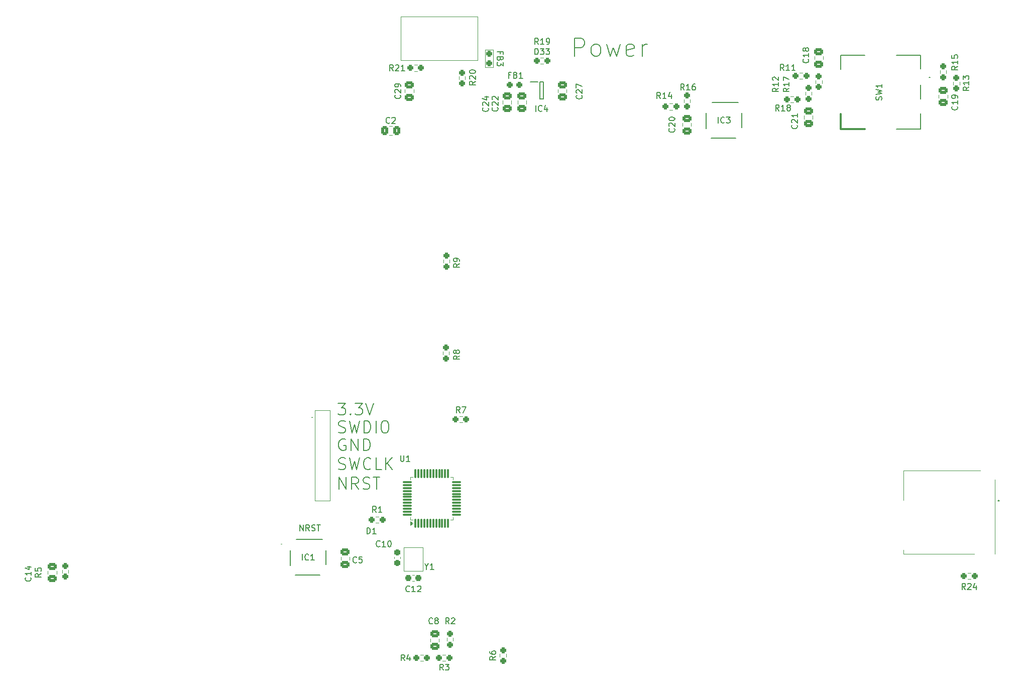
<source format=gto>
G04 #@! TF.GenerationSoftware,KiCad,Pcbnew,8.0.3*
G04 #@! TF.CreationDate,2024-08-13T11:44:20+03:00*
G04 #@! TF.ProjectId,Keyboard_stm32,4b657962-6f61-4726-945f-73746d33322e,rev?*
G04 #@! TF.SameCoordinates,Original*
G04 #@! TF.FileFunction,Legend,Top*
G04 #@! TF.FilePolarity,Positive*
%FSLAX46Y46*%
G04 Gerber Fmt 4.6, Leading zero omitted, Abs format (unit mm)*
G04 Created by KiCad (PCBNEW 8.0.3) date 2024-08-13 11:44:20*
%MOMM*%
%LPD*%
G01*
G04 APERTURE LIST*
G04 Aperture macros list*
%AMRoundRect*
0 Rectangle with rounded corners*
0 $1 Rounding radius*
0 $2 $3 $4 $5 $6 $7 $8 $9 X,Y pos of 4 corners*
0 Add a 4 corners polygon primitive as box body*
4,1,4,$2,$3,$4,$5,$6,$7,$8,$9,$2,$3,0*
0 Add four circle primitives for the rounded corners*
1,1,$1+$1,$2,$3*
1,1,$1+$1,$4,$5*
1,1,$1+$1,$6,$7*
1,1,$1+$1,$8,$9*
0 Add four rect primitives between the rounded corners*
20,1,$1+$1,$2,$3,$4,$5,0*
20,1,$1+$1,$4,$5,$6,$7,0*
20,1,$1+$1,$6,$7,$8,$9,0*
20,1,$1+$1,$8,$9,$2,$3,0*%
G04 Aperture macros list end*
%ADD10C,0.180000*%
%ADD11C,0.100000*%
%ADD12C,0.120000*%
%ADD13C,0.200000*%
%ADD14C,0.300000*%
%ADD15C,1.500000*%
%ADD16R,1.500000X1.500000*%
%ADD17C,4.350000*%
%ADD18RoundRect,0.250000X-0.250000X0.250000X-0.250000X-0.250000X0.250000X-0.250000X0.250000X0.250000X0*%
%ADD19RoundRect,0.237500X0.250000X0.237500X-0.250000X0.237500X-0.250000X-0.237500X0.250000X-0.237500X0*%
%ADD20C,1.700000*%
%ADD21C,3.000000*%
%ADD22C,4.000000*%
%ADD23C,5.000000*%
%ADD24R,1.400000X1.800000*%
%ADD25R,1.900000X1.400000*%
%ADD26R,2.000000X0.800000*%
%ADD27RoundRect,0.075000X0.075000X-0.662500X0.075000X0.662500X-0.075000X0.662500X-0.075000X-0.662500X0*%
%ADD28RoundRect,0.075000X0.662500X-0.075000X0.662500X0.075000X-0.662500X0.075000X-0.662500X-0.075000X0*%
%ADD29RoundRect,0.237500X-0.237500X0.250000X-0.237500X-0.250000X0.237500X-0.250000X0.237500X0.250000X0*%
%ADD30RoundRect,0.250000X-0.475000X0.337500X-0.475000X-0.337500X0.475000X-0.337500X0.475000X0.337500X0*%
%ADD31RoundRect,0.250000X0.475000X-0.337500X0.475000X0.337500X-0.475000X0.337500X-0.475000X-0.337500X0*%
%ADD32R,1.150000X1.400000*%
%ADD33R,1.300000X1.100000*%
%ADD34RoundRect,0.237500X-0.250000X-0.237500X0.250000X-0.237500X0.250000X0.237500X-0.250000X0.237500X0*%
%ADD35RoundRect,0.237500X-0.237500X0.300000X-0.237500X-0.300000X0.237500X-0.300000X0.237500X0.300000X0*%
%ADD36R,0.300000X1.100000*%
%ADD37O,1.000000X1.800000*%
%ADD38O,1.000000X2.200000*%
%ADD39C,1.550000*%
%ADD40RoundRect,0.237500X0.237500X-0.250000X0.237500X0.250000X-0.237500X0.250000X-0.237500X-0.250000X0*%
%ADD41RoundRect,0.237500X0.300000X0.237500X-0.300000X0.237500X-0.300000X-0.237500X0.300000X-0.237500X0*%
%ADD42R,1.100000X1.300000*%
%ADD43R,1.100000X1.100000*%
%ADD44C,1.100000*%
%ADD45RoundRect,0.250000X-0.337500X-0.475000X0.337500X-0.475000X0.337500X0.475000X-0.337500X0.475000X0*%
%ADD46RoundRect,0.250000X-0.250000X-0.250000X0.250000X-0.250000X0.250000X0.250000X-0.250000X0.250000X0*%
%ADD47R,1.200000X0.600000*%
%ADD48C,1.524000*%
G04 APERTURE END LIST*
D10*
X117949373Y-103900640D02*
X118235087Y-103995878D01*
X118235087Y-103995878D02*
X118711278Y-103995878D01*
X118711278Y-103995878D02*
X118901754Y-103900640D01*
X118901754Y-103900640D02*
X118996992Y-103805401D01*
X118996992Y-103805401D02*
X119092230Y-103614925D01*
X119092230Y-103614925D02*
X119092230Y-103424449D01*
X119092230Y-103424449D02*
X118996992Y-103233973D01*
X118996992Y-103233973D02*
X118901754Y-103138735D01*
X118901754Y-103138735D02*
X118711278Y-103043497D01*
X118711278Y-103043497D02*
X118330325Y-102948259D01*
X118330325Y-102948259D02*
X118139849Y-102853020D01*
X118139849Y-102853020D02*
X118044611Y-102757782D01*
X118044611Y-102757782D02*
X117949373Y-102567306D01*
X117949373Y-102567306D02*
X117949373Y-102376830D01*
X117949373Y-102376830D02*
X118044611Y-102186354D01*
X118044611Y-102186354D02*
X118139849Y-102091116D01*
X118139849Y-102091116D02*
X118330325Y-101995878D01*
X118330325Y-101995878D02*
X118806516Y-101995878D01*
X118806516Y-101995878D02*
X119092230Y-102091116D01*
X119758897Y-101995878D02*
X120235087Y-103995878D01*
X120235087Y-103995878D02*
X120616040Y-102567306D01*
X120616040Y-102567306D02*
X120996992Y-103995878D01*
X120996992Y-103995878D02*
X121473183Y-101995878D01*
X123377944Y-103805401D02*
X123282706Y-103900640D01*
X123282706Y-103900640D02*
X122996992Y-103995878D01*
X122996992Y-103995878D02*
X122806516Y-103995878D01*
X122806516Y-103995878D02*
X122520801Y-103900640D01*
X122520801Y-103900640D02*
X122330325Y-103710163D01*
X122330325Y-103710163D02*
X122235087Y-103519687D01*
X122235087Y-103519687D02*
X122139849Y-103138735D01*
X122139849Y-103138735D02*
X122139849Y-102853020D01*
X122139849Y-102853020D02*
X122235087Y-102472068D01*
X122235087Y-102472068D02*
X122330325Y-102281592D01*
X122330325Y-102281592D02*
X122520801Y-102091116D01*
X122520801Y-102091116D02*
X122806516Y-101995878D01*
X122806516Y-101995878D02*
X122996992Y-101995878D01*
X122996992Y-101995878D02*
X123282706Y-102091116D01*
X123282706Y-102091116D02*
X123377944Y-102186354D01*
X125187468Y-103995878D02*
X124235087Y-103995878D01*
X124235087Y-103995878D02*
X124235087Y-101995878D01*
X125854135Y-103995878D02*
X125854135Y-101995878D01*
X126996992Y-103995878D02*
X126139849Y-102853020D01*
X126996992Y-101995878D02*
X125854135Y-103138735D01*
X111406516Y-114318259D02*
X111406516Y-113318259D01*
X111406516Y-113318259D02*
X111977944Y-114318259D01*
X111977944Y-114318259D02*
X111977944Y-113318259D01*
X113025563Y-114318259D02*
X112692230Y-113842068D01*
X112454135Y-114318259D02*
X112454135Y-113318259D01*
X112454135Y-113318259D02*
X112835087Y-113318259D01*
X112835087Y-113318259D02*
X112930325Y-113365878D01*
X112930325Y-113365878D02*
X112977944Y-113413497D01*
X112977944Y-113413497D02*
X113025563Y-113508735D01*
X113025563Y-113508735D02*
X113025563Y-113651592D01*
X113025563Y-113651592D02*
X112977944Y-113746830D01*
X112977944Y-113746830D02*
X112930325Y-113794449D01*
X112930325Y-113794449D02*
X112835087Y-113842068D01*
X112835087Y-113842068D02*
X112454135Y-113842068D01*
X113406516Y-114270640D02*
X113549373Y-114318259D01*
X113549373Y-114318259D02*
X113787468Y-114318259D01*
X113787468Y-114318259D02*
X113882706Y-114270640D01*
X113882706Y-114270640D02*
X113930325Y-114223020D01*
X113930325Y-114223020D02*
X113977944Y-114127782D01*
X113977944Y-114127782D02*
X113977944Y-114032544D01*
X113977944Y-114032544D02*
X113930325Y-113937306D01*
X113930325Y-113937306D02*
X113882706Y-113889687D01*
X113882706Y-113889687D02*
X113787468Y-113842068D01*
X113787468Y-113842068D02*
X113596992Y-113794449D01*
X113596992Y-113794449D02*
X113501754Y-113746830D01*
X113501754Y-113746830D02*
X113454135Y-113699211D01*
X113454135Y-113699211D02*
X113406516Y-113603973D01*
X113406516Y-113603973D02*
X113406516Y-113508735D01*
X113406516Y-113508735D02*
X113454135Y-113413497D01*
X113454135Y-113413497D02*
X113501754Y-113365878D01*
X113501754Y-113365878D02*
X113596992Y-113318259D01*
X113596992Y-113318259D02*
X113835087Y-113318259D01*
X113835087Y-113318259D02*
X113977944Y-113365878D01*
X114263659Y-113318259D02*
X114835087Y-113318259D01*
X114549373Y-114318259D02*
X114549373Y-113318259D01*
X157682706Y-34273497D02*
X157682706Y-31273497D01*
X157682706Y-31273497D02*
X158825563Y-31273497D01*
X158825563Y-31273497D02*
X159111278Y-31416354D01*
X159111278Y-31416354D02*
X159254135Y-31559211D01*
X159254135Y-31559211D02*
X159396992Y-31844925D01*
X159396992Y-31844925D02*
X159396992Y-32273497D01*
X159396992Y-32273497D02*
X159254135Y-32559211D01*
X159254135Y-32559211D02*
X159111278Y-32702068D01*
X159111278Y-32702068D02*
X158825563Y-32844925D01*
X158825563Y-32844925D02*
X157682706Y-32844925D01*
X161111278Y-34273497D02*
X160825563Y-34130640D01*
X160825563Y-34130640D02*
X160682706Y-33987782D01*
X160682706Y-33987782D02*
X160539849Y-33702068D01*
X160539849Y-33702068D02*
X160539849Y-32844925D01*
X160539849Y-32844925D02*
X160682706Y-32559211D01*
X160682706Y-32559211D02*
X160825563Y-32416354D01*
X160825563Y-32416354D02*
X161111278Y-32273497D01*
X161111278Y-32273497D02*
X161539849Y-32273497D01*
X161539849Y-32273497D02*
X161825563Y-32416354D01*
X161825563Y-32416354D02*
X161968421Y-32559211D01*
X161968421Y-32559211D02*
X162111278Y-32844925D01*
X162111278Y-32844925D02*
X162111278Y-33702068D01*
X162111278Y-33702068D02*
X161968421Y-33987782D01*
X161968421Y-33987782D02*
X161825563Y-34130640D01*
X161825563Y-34130640D02*
X161539849Y-34273497D01*
X161539849Y-34273497D02*
X161111278Y-34273497D01*
X163111278Y-32273497D02*
X163682707Y-34273497D01*
X163682707Y-34273497D02*
X164254135Y-32844925D01*
X164254135Y-32844925D02*
X164825564Y-34273497D01*
X164825564Y-34273497D02*
X165396992Y-32273497D01*
X167682706Y-34130640D02*
X167396992Y-34273497D01*
X167396992Y-34273497D02*
X166825564Y-34273497D01*
X166825564Y-34273497D02*
X166539849Y-34130640D01*
X166539849Y-34130640D02*
X166396992Y-33844925D01*
X166396992Y-33844925D02*
X166396992Y-32702068D01*
X166396992Y-32702068D02*
X166539849Y-32416354D01*
X166539849Y-32416354D02*
X166825564Y-32273497D01*
X166825564Y-32273497D02*
X167396992Y-32273497D01*
X167396992Y-32273497D02*
X167682706Y-32416354D01*
X167682706Y-32416354D02*
X167825564Y-32702068D01*
X167825564Y-32702068D02*
X167825564Y-32987782D01*
X167825564Y-32987782D02*
X166396992Y-33273497D01*
X169111278Y-34273497D02*
X169111278Y-32273497D01*
X169111278Y-32844925D02*
X169254135Y-32559211D01*
X169254135Y-32559211D02*
X169396993Y-32416354D01*
X169396993Y-32416354D02*
X169682707Y-32273497D01*
X169682707Y-32273497D02*
X169968421Y-32273497D01*
X117854135Y-92795878D02*
X119092230Y-92795878D01*
X119092230Y-92795878D02*
X118425563Y-93557782D01*
X118425563Y-93557782D02*
X118711278Y-93557782D01*
X118711278Y-93557782D02*
X118901754Y-93653020D01*
X118901754Y-93653020D02*
X118996992Y-93748259D01*
X118996992Y-93748259D02*
X119092230Y-93938735D01*
X119092230Y-93938735D02*
X119092230Y-94414925D01*
X119092230Y-94414925D02*
X118996992Y-94605401D01*
X118996992Y-94605401D02*
X118901754Y-94700640D01*
X118901754Y-94700640D02*
X118711278Y-94795878D01*
X118711278Y-94795878D02*
X118139849Y-94795878D01*
X118139849Y-94795878D02*
X117949373Y-94700640D01*
X117949373Y-94700640D02*
X117854135Y-94605401D01*
X119949373Y-94605401D02*
X120044611Y-94700640D01*
X120044611Y-94700640D02*
X119949373Y-94795878D01*
X119949373Y-94795878D02*
X119854135Y-94700640D01*
X119854135Y-94700640D02*
X119949373Y-94605401D01*
X119949373Y-94605401D02*
X119949373Y-94795878D01*
X120711278Y-92795878D02*
X121949373Y-92795878D01*
X121949373Y-92795878D02*
X121282706Y-93557782D01*
X121282706Y-93557782D02*
X121568421Y-93557782D01*
X121568421Y-93557782D02*
X121758897Y-93653020D01*
X121758897Y-93653020D02*
X121854135Y-93748259D01*
X121854135Y-93748259D02*
X121949373Y-93938735D01*
X121949373Y-93938735D02*
X121949373Y-94414925D01*
X121949373Y-94414925D02*
X121854135Y-94605401D01*
X121854135Y-94605401D02*
X121758897Y-94700640D01*
X121758897Y-94700640D02*
X121568421Y-94795878D01*
X121568421Y-94795878D02*
X120996992Y-94795878D01*
X120996992Y-94795878D02*
X120806516Y-94700640D01*
X120806516Y-94700640D02*
X120711278Y-94605401D01*
X122520802Y-92795878D02*
X123187468Y-94795878D01*
X123187468Y-94795878D02*
X123854135Y-92795878D01*
X118044611Y-107295878D02*
X118044611Y-105295878D01*
X118044611Y-105295878D02*
X119187468Y-107295878D01*
X119187468Y-107295878D02*
X119187468Y-105295878D01*
X121282706Y-107295878D02*
X120616039Y-106343497D01*
X120139849Y-107295878D02*
X120139849Y-105295878D01*
X120139849Y-105295878D02*
X120901754Y-105295878D01*
X120901754Y-105295878D02*
X121092230Y-105391116D01*
X121092230Y-105391116D02*
X121187468Y-105486354D01*
X121187468Y-105486354D02*
X121282706Y-105676830D01*
X121282706Y-105676830D02*
X121282706Y-105962544D01*
X121282706Y-105962544D02*
X121187468Y-106153020D01*
X121187468Y-106153020D02*
X121092230Y-106248259D01*
X121092230Y-106248259D02*
X120901754Y-106343497D01*
X120901754Y-106343497D02*
X120139849Y-106343497D01*
X122044611Y-107200640D02*
X122330325Y-107295878D01*
X122330325Y-107295878D02*
X122806516Y-107295878D01*
X122806516Y-107295878D02*
X122996992Y-107200640D01*
X122996992Y-107200640D02*
X123092230Y-107105401D01*
X123092230Y-107105401D02*
X123187468Y-106914925D01*
X123187468Y-106914925D02*
X123187468Y-106724449D01*
X123187468Y-106724449D02*
X123092230Y-106533973D01*
X123092230Y-106533973D02*
X122996992Y-106438735D01*
X122996992Y-106438735D02*
X122806516Y-106343497D01*
X122806516Y-106343497D02*
X122425563Y-106248259D01*
X122425563Y-106248259D02*
X122235087Y-106153020D01*
X122235087Y-106153020D02*
X122139849Y-106057782D01*
X122139849Y-106057782D02*
X122044611Y-105867306D01*
X122044611Y-105867306D02*
X122044611Y-105676830D01*
X122044611Y-105676830D02*
X122139849Y-105486354D01*
X122139849Y-105486354D02*
X122235087Y-105391116D01*
X122235087Y-105391116D02*
X122425563Y-105295878D01*
X122425563Y-105295878D02*
X122901754Y-105295878D01*
X122901754Y-105295878D02*
X123187468Y-105391116D01*
X123758897Y-105295878D02*
X124901754Y-105295878D01*
X124330325Y-107295878D02*
X124330325Y-105295878D01*
X119092230Y-98891116D02*
X118901754Y-98795878D01*
X118901754Y-98795878D02*
X118616040Y-98795878D01*
X118616040Y-98795878D02*
X118330325Y-98891116D01*
X118330325Y-98891116D02*
X118139849Y-99081592D01*
X118139849Y-99081592D02*
X118044611Y-99272068D01*
X118044611Y-99272068D02*
X117949373Y-99653020D01*
X117949373Y-99653020D02*
X117949373Y-99938735D01*
X117949373Y-99938735D02*
X118044611Y-100319687D01*
X118044611Y-100319687D02*
X118139849Y-100510163D01*
X118139849Y-100510163D02*
X118330325Y-100700640D01*
X118330325Y-100700640D02*
X118616040Y-100795878D01*
X118616040Y-100795878D02*
X118806516Y-100795878D01*
X118806516Y-100795878D02*
X119092230Y-100700640D01*
X119092230Y-100700640D02*
X119187468Y-100605401D01*
X119187468Y-100605401D02*
X119187468Y-99938735D01*
X119187468Y-99938735D02*
X118806516Y-99938735D01*
X120044611Y-100795878D02*
X120044611Y-98795878D01*
X120044611Y-98795878D02*
X121187468Y-100795878D01*
X121187468Y-100795878D02*
X121187468Y-98795878D01*
X122139849Y-100795878D02*
X122139849Y-98795878D01*
X122139849Y-98795878D02*
X122616039Y-98795878D01*
X122616039Y-98795878D02*
X122901754Y-98891116D01*
X122901754Y-98891116D02*
X123092230Y-99081592D01*
X123092230Y-99081592D02*
X123187468Y-99272068D01*
X123187468Y-99272068D02*
X123282706Y-99653020D01*
X123282706Y-99653020D02*
X123282706Y-99938735D01*
X123282706Y-99938735D02*
X123187468Y-100319687D01*
X123187468Y-100319687D02*
X123092230Y-100510163D01*
X123092230Y-100510163D02*
X122901754Y-100700640D01*
X122901754Y-100700640D02*
X122616039Y-100795878D01*
X122616039Y-100795878D02*
X122139849Y-100795878D01*
X117949373Y-97700640D02*
X118235087Y-97795878D01*
X118235087Y-97795878D02*
X118711278Y-97795878D01*
X118711278Y-97795878D02*
X118901754Y-97700640D01*
X118901754Y-97700640D02*
X118996992Y-97605401D01*
X118996992Y-97605401D02*
X119092230Y-97414925D01*
X119092230Y-97414925D02*
X119092230Y-97224449D01*
X119092230Y-97224449D02*
X118996992Y-97033973D01*
X118996992Y-97033973D02*
X118901754Y-96938735D01*
X118901754Y-96938735D02*
X118711278Y-96843497D01*
X118711278Y-96843497D02*
X118330325Y-96748259D01*
X118330325Y-96748259D02*
X118139849Y-96653020D01*
X118139849Y-96653020D02*
X118044611Y-96557782D01*
X118044611Y-96557782D02*
X117949373Y-96367306D01*
X117949373Y-96367306D02*
X117949373Y-96176830D01*
X117949373Y-96176830D02*
X118044611Y-95986354D01*
X118044611Y-95986354D02*
X118139849Y-95891116D01*
X118139849Y-95891116D02*
X118330325Y-95795878D01*
X118330325Y-95795878D02*
X118806516Y-95795878D01*
X118806516Y-95795878D02*
X119092230Y-95891116D01*
X119758897Y-95795878D02*
X120235087Y-97795878D01*
X120235087Y-97795878D02*
X120616040Y-96367306D01*
X120616040Y-96367306D02*
X120996992Y-97795878D01*
X120996992Y-97795878D02*
X121473183Y-95795878D01*
X122235087Y-97795878D02*
X122235087Y-95795878D01*
X122235087Y-95795878D02*
X122711277Y-95795878D01*
X122711277Y-95795878D02*
X122996992Y-95891116D01*
X122996992Y-95891116D02*
X123187468Y-96081592D01*
X123187468Y-96081592D02*
X123282706Y-96272068D01*
X123282706Y-96272068D02*
X123377944Y-96653020D01*
X123377944Y-96653020D02*
X123377944Y-96938735D01*
X123377944Y-96938735D02*
X123282706Y-97319687D01*
X123282706Y-97319687D02*
X123187468Y-97510163D01*
X123187468Y-97510163D02*
X122996992Y-97700640D01*
X122996992Y-97700640D02*
X122711277Y-97795878D01*
X122711277Y-97795878D02*
X122235087Y-97795878D01*
X124235087Y-97795878D02*
X124235087Y-95795878D01*
X125568420Y-95795878D02*
X125949373Y-95795878D01*
X125949373Y-95795878D02*
X126139849Y-95891116D01*
X126139849Y-95891116D02*
X126330325Y-96081592D01*
X126330325Y-96081592D02*
X126425563Y-96462544D01*
X126425563Y-96462544D02*
X126425563Y-97129211D01*
X126425563Y-97129211D02*
X126330325Y-97510163D01*
X126330325Y-97510163D02*
X126139849Y-97700640D01*
X126139849Y-97700640D02*
X125949373Y-97795878D01*
X125949373Y-97795878D02*
X125568420Y-97795878D01*
X125568420Y-97795878D02*
X125377944Y-97700640D01*
X125377944Y-97700640D02*
X125187468Y-97510163D01*
X125187468Y-97510163D02*
X125092230Y-97129211D01*
X125092230Y-97129211D02*
X125092230Y-96462544D01*
X125092230Y-96462544D02*
X125187468Y-96081592D01*
X125187468Y-96081592D02*
X125377944Y-95891116D01*
X125377944Y-95891116D02*
X125568420Y-95795878D01*
X145190550Y-33856666D02*
X145190550Y-33523333D01*
X144666740Y-33523333D02*
X145666740Y-33523333D01*
X145666740Y-33523333D02*
X145666740Y-33999523D01*
X145190550Y-34713809D02*
X145142931Y-34856666D01*
X145142931Y-34856666D02*
X145095312Y-34904285D01*
X145095312Y-34904285D02*
X145000074Y-34951904D01*
X145000074Y-34951904D02*
X144857217Y-34951904D01*
X144857217Y-34951904D02*
X144761979Y-34904285D01*
X144761979Y-34904285D02*
X144714360Y-34856666D01*
X144714360Y-34856666D02*
X144666740Y-34761428D01*
X144666740Y-34761428D02*
X144666740Y-34380476D01*
X144666740Y-34380476D02*
X145666740Y-34380476D01*
X145666740Y-34380476D02*
X145666740Y-34713809D01*
X145666740Y-34713809D02*
X145619121Y-34809047D01*
X145619121Y-34809047D02*
X145571502Y-34856666D01*
X145571502Y-34856666D02*
X145476264Y-34904285D01*
X145476264Y-34904285D02*
X145381026Y-34904285D01*
X145381026Y-34904285D02*
X145285788Y-34856666D01*
X145285788Y-34856666D02*
X145238169Y-34809047D01*
X145238169Y-34809047D02*
X145190550Y-34713809D01*
X145190550Y-34713809D02*
X145190550Y-34380476D01*
X145666740Y-35285238D02*
X145666740Y-35904285D01*
X145666740Y-35904285D02*
X145285788Y-35570952D01*
X145285788Y-35570952D02*
X145285788Y-35713809D01*
X145285788Y-35713809D02*
X145238169Y-35809047D01*
X145238169Y-35809047D02*
X145190550Y-35856666D01*
X145190550Y-35856666D02*
X145095312Y-35904285D01*
X145095312Y-35904285D02*
X144857217Y-35904285D01*
X144857217Y-35904285D02*
X144761979Y-35856666D01*
X144761979Y-35856666D02*
X144714360Y-35809047D01*
X144714360Y-35809047D02*
X144666740Y-35713809D01*
X144666740Y-35713809D02*
X144666740Y-35428095D01*
X144666740Y-35428095D02*
X144714360Y-35332857D01*
X144714360Y-35332857D02*
X144761979Y-35285238D01*
X138383333Y-94403259D02*
X138050000Y-93927068D01*
X137811905Y-94403259D02*
X137811905Y-93403259D01*
X137811905Y-93403259D02*
X138192857Y-93403259D01*
X138192857Y-93403259D02*
X138288095Y-93450878D01*
X138288095Y-93450878D02*
X138335714Y-93498497D01*
X138335714Y-93498497D02*
X138383333Y-93593735D01*
X138383333Y-93593735D02*
X138383333Y-93736592D01*
X138383333Y-93736592D02*
X138335714Y-93831830D01*
X138335714Y-93831830D02*
X138288095Y-93879449D01*
X138288095Y-93879449D02*
X138192857Y-93927068D01*
X138192857Y-93927068D02*
X137811905Y-93927068D01*
X138716667Y-93403259D02*
X139383333Y-93403259D01*
X139383333Y-93403259D02*
X138954762Y-94403259D01*
X111823810Y-119253259D02*
X111823810Y-118253259D01*
X112871428Y-119158020D02*
X112823809Y-119205640D01*
X112823809Y-119205640D02*
X112680952Y-119253259D01*
X112680952Y-119253259D02*
X112585714Y-119253259D01*
X112585714Y-119253259D02*
X112442857Y-119205640D01*
X112442857Y-119205640D02*
X112347619Y-119110401D01*
X112347619Y-119110401D02*
X112300000Y-119015163D01*
X112300000Y-119015163D02*
X112252381Y-118824687D01*
X112252381Y-118824687D02*
X112252381Y-118681830D01*
X112252381Y-118681830D02*
X112300000Y-118491354D01*
X112300000Y-118491354D02*
X112347619Y-118396116D01*
X112347619Y-118396116D02*
X112442857Y-118300878D01*
X112442857Y-118300878D02*
X112585714Y-118253259D01*
X112585714Y-118253259D02*
X112680952Y-118253259D01*
X112680952Y-118253259D02*
X112823809Y-118300878D01*
X112823809Y-118300878D02*
X112871428Y-118348497D01*
X113823809Y-119253259D02*
X113252381Y-119253259D01*
X113538095Y-119253259D02*
X113538095Y-118253259D01*
X113538095Y-118253259D02*
X113442857Y-118396116D01*
X113442857Y-118396116D02*
X113347619Y-118491354D01*
X113347619Y-118491354D02*
X113252381Y-118538973D01*
X124283333Y-111203259D02*
X123950000Y-110727068D01*
X123711905Y-111203259D02*
X123711905Y-110203259D01*
X123711905Y-110203259D02*
X124092857Y-110203259D01*
X124092857Y-110203259D02*
X124188095Y-110250878D01*
X124188095Y-110250878D02*
X124235714Y-110298497D01*
X124235714Y-110298497D02*
X124283333Y-110393735D01*
X124283333Y-110393735D02*
X124283333Y-110536592D01*
X124283333Y-110536592D02*
X124235714Y-110631830D01*
X124235714Y-110631830D02*
X124188095Y-110679449D01*
X124188095Y-110679449D02*
X124092857Y-110727068D01*
X124092857Y-110727068D02*
X123711905Y-110727068D01*
X125235714Y-111203259D02*
X124664286Y-111203259D01*
X124950000Y-111203259D02*
X124950000Y-110203259D01*
X124950000Y-110203259D02*
X124854762Y-110346116D01*
X124854762Y-110346116D02*
X124759524Y-110441354D01*
X124759524Y-110441354D02*
X124664286Y-110488973D01*
X128388095Y-101603259D02*
X128388095Y-102412782D01*
X128388095Y-102412782D02*
X128435714Y-102508020D01*
X128435714Y-102508020D02*
X128483333Y-102555640D01*
X128483333Y-102555640D02*
X128578571Y-102603259D01*
X128578571Y-102603259D02*
X128769047Y-102603259D01*
X128769047Y-102603259D02*
X128864285Y-102555640D01*
X128864285Y-102555640D02*
X128911904Y-102508020D01*
X128911904Y-102508020D02*
X128959523Y-102412782D01*
X128959523Y-102412782D02*
X128959523Y-101603259D01*
X129959523Y-102603259D02*
X129388095Y-102603259D01*
X129673809Y-102603259D02*
X129673809Y-101603259D01*
X129673809Y-101603259D02*
X129578571Y-101746116D01*
X129578571Y-101746116D02*
X129483333Y-101841354D01*
X129483333Y-101841354D02*
X129388095Y-101888973D01*
X222303259Y-35992857D02*
X221827068Y-36326190D01*
X222303259Y-36564285D02*
X221303259Y-36564285D01*
X221303259Y-36564285D02*
X221303259Y-36183333D01*
X221303259Y-36183333D02*
X221350878Y-36088095D01*
X221350878Y-36088095D02*
X221398497Y-36040476D01*
X221398497Y-36040476D02*
X221493735Y-35992857D01*
X221493735Y-35992857D02*
X221636592Y-35992857D01*
X221636592Y-35992857D02*
X221731830Y-36040476D01*
X221731830Y-36040476D02*
X221779449Y-36088095D01*
X221779449Y-36088095D02*
X221827068Y-36183333D01*
X221827068Y-36183333D02*
X221827068Y-36564285D01*
X222303259Y-35040476D02*
X222303259Y-35611904D01*
X222303259Y-35326190D02*
X221303259Y-35326190D01*
X221303259Y-35326190D02*
X221446116Y-35421428D01*
X221446116Y-35421428D02*
X221541354Y-35516666D01*
X221541354Y-35516666D02*
X221588973Y-35611904D01*
X221303259Y-34135714D02*
X221303259Y-34611904D01*
X221303259Y-34611904D02*
X221779449Y-34659523D01*
X221779449Y-34659523D02*
X221731830Y-34611904D01*
X221731830Y-34611904D02*
X221684211Y-34516666D01*
X221684211Y-34516666D02*
X221684211Y-34278571D01*
X221684211Y-34278571D02*
X221731830Y-34183333D01*
X221731830Y-34183333D02*
X221779449Y-34135714D01*
X221779449Y-34135714D02*
X221874687Y-34088095D01*
X221874687Y-34088095D02*
X222112782Y-34088095D01*
X222112782Y-34088095D02*
X222208020Y-34135714D01*
X222208020Y-34135714D02*
X222255640Y-34183333D01*
X222255640Y-34183333D02*
X222303259Y-34278571D01*
X222303259Y-34278571D02*
X222303259Y-34516666D01*
X222303259Y-34516666D02*
X222255640Y-34611904D01*
X222255640Y-34611904D02*
X222208020Y-34659523D01*
X195208020Y-45892857D02*
X195255640Y-45940476D01*
X195255640Y-45940476D02*
X195303259Y-46083333D01*
X195303259Y-46083333D02*
X195303259Y-46178571D01*
X195303259Y-46178571D02*
X195255640Y-46321428D01*
X195255640Y-46321428D02*
X195160401Y-46416666D01*
X195160401Y-46416666D02*
X195065163Y-46464285D01*
X195065163Y-46464285D02*
X194874687Y-46511904D01*
X194874687Y-46511904D02*
X194731830Y-46511904D01*
X194731830Y-46511904D02*
X194541354Y-46464285D01*
X194541354Y-46464285D02*
X194446116Y-46416666D01*
X194446116Y-46416666D02*
X194350878Y-46321428D01*
X194350878Y-46321428D02*
X194303259Y-46178571D01*
X194303259Y-46178571D02*
X194303259Y-46083333D01*
X194303259Y-46083333D02*
X194350878Y-45940476D01*
X194350878Y-45940476D02*
X194398497Y-45892857D01*
X194398497Y-45511904D02*
X194350878Y-45464285D01*
X194350878Y-45464285D02*
X194303259Y-45369047D01*
X194303259Y-45369047D02*
X194303259Y-45130952D01*
X194303259Y-45130952D02*
X194350878Y-45035714D01*
X194350878Y-45035714D02*
X194398497Y-44988095D01*
X194398497Y-44988095D02*
X194493735Y-44940476D01*
X194493735Y-44940476D02*
X194588973Y-44940476D01*
X194588973Y-44940476D02*
X194731830Y-44988095D01*
X194731830Y-44988095D02*
X195303259Y-45559523D01*
X195303259Y-45559523D02*
X195303259Y-44940476D01*
X195303259Y-43988095D02*
X195303259Y-44559523D01*
X195303259Y-44273809D02*
X194303259Y-44273809D01*
X194303259Y-44273809D02*
X194446116Y-44369047D01*
X194446116Y-44369047D02*
X194541354Y-44464285D01*
X194541354Y-44464285D02*
X194588973Y-44559523D01*
X66008020Y-122192857D02*
X66055640Y-122240476D01*
X66055640Y-122240476D02*
X66103259Y-122383333D01*
X66103259Y-122383333D02*
X66103259Y-122478571D01*
X66103259Y-122478571D02*
X66055640Y-122621428D01*
X66055640Y-122621428D02*
X65960401Y-122716666D01*
X65960401Y-122716666D02*
X65865163Y-122764285D01*
X65865163Y-122764285D02*
X65674687Y-122811904D01*
X65674687Y-122811904D02*
X65531830Y-122811904D01*
X65531830Y-122811904D02*
X65341354Y-122764285D01*
X65341354Y-122764285D02*
X65246116Y-122716666D01*
X65246116Y-122716666D02*
X65150878Y-122621428D01*
X65150878Y-122621428D02*
X65103259Y-122478571D01*
X65103259Y-122478571D02*
X65103259Y-122383333D01*
X65103259Y-122383333D02*
X65150878Y-122240476D01*
X65150878Y-122240476D02*
X65198497Y-122192857D01*
X66103259Y-121240476D02*
X66103259Y-121811904D01*
X66103259Y-121526190D02*
X65103259Y-121526190D01*
X65103259Y-121526190D02*
X65246116Y-121621428D01*
X65246116Y-121621428D02*
X65341354Y-121716666D01*
X65341354Y-121716666D02*
X65388973Y-121811904D01*
X65436592Y-120383333D02*
X66103259Y-120383333D01*
X65055640Y-120621428D02*
X65769925Y-120859523D01*
X65769925Y-120859523D02*
X65769925Y-120240476D01*
X138303259Y-84816666D02*
X137827068Y-85149999D01*
X138303259Y-85388094D02*
X137303259Y-85388094D01*
X137303259Y-85388094D02*
X137303259Y-85007142D01*
X137303259Y-85007142D02*
X137350878Y-84911904D01*
X137350878Y-84911904D02*
X137398497Y-84864285D01*
X137398497Y-84864285D02*
X137493735Y-84816666D01*
X137493735Y-84816666D02*
X137636592Y-84816666D01*
X137636592Y-84816666D02*
X137731830Y-84864285D01*
X137731830Y-84864285D02*
X137779449Y-84911904D01*
X137779449Y-84911904D02*
X137827068Y-85007142D01*
X137827068Y-85007142D02*
X137827068Y-85388094D01*
X137731830Y-84245237D02*
X137684211Y-84340475D01*
X137684211Y-84340475D02*
X137636592Y-84388094D01*
X137636592Y-84388094D02*
X137541354Y-84435713D01*
X137541354Y-84435713D02*
X137493735Y-84435713D01*
X137493735Y-84435713D02*
X137398497Y-84388094D01*
X137398497Y-84388094D02*
X137350878Y-84340475D01*
X137350878Y-84340475D02*
X137303259Y-84245237D01*
X137303259Y-84245237D02*
X137303259Y-84054761D01*
X137303259Y-84054761D02*
X137350878Y-83959523D01*
X137350878Y-83959523D02*
X137398497Y-83911904D01*
X137398497Y-83911904D02*
X137493735Y-83864285D01*
X137493735Y-83864285D02*
X137541354Y-83864285D01*
X137541354Y-83864285D02*
X137636592Y-83911904D01*
X137636592Y-83911904D02*
X137684211Y-83959523D01*
X137684211Y-83959523D02*
X137731830Y-84054761D01*
X137731830Y-84054761D02*
X137731830Y-84245237D01*
X137731830Y-84245237D02*
X137779449Y-84340475D01*
X137779449Y-84340475D02*
X137827068Y-84388094D01*
X137827068Y-84388094D02*
X137922306Y-84435713D01*
X137922306Y-84435713D02*
X138112782Y-84435713D01*
X138112782Y-84435713D02*
X138208020Y-84388094D01*
X138208020Y-84388094D02*
X138255640Y-84340475D01*
X138255640Y-84340475D02*
X138303259Y-84245237D01*
X138303259Y-84245237D02*
X138303259Y-84054761D01*
X138303259Y-84054761D02*
X138255640Y-83959523D01*
X138255640Y-83959523D02*
X138208020Y-83911904D01*
X138208020Y-83911904D02*
X138112782Y-83864285D01*
X138112782Y-83864285D02*
X137922306Y-83864285D01*
X137922306Y-83864285D02*
X137827068Y-83911904D01*
X137827068Y-83911904D02*
X137779449Y-83959523D01*
X137779449Y-83959523D02*
X137731830Y-84054761D01*
X132773809Y-120327068D02*
X132773809Y-120803259D01*
X132440476Y-119803259D02*
X132773809Y-120327068D01*
X132773809Y-120327068D02*
X133107142Y-119803259D01*
X133964285Y-120803259D02*
X133392857Y-120803259D01*
X133678571Y-120803259D02*
X133678571Y-119803259D01*
X133678571Y-119803259D02*
X133583333Y-119946116D01*
X133583333Y-119946116D02*
X133488095Y-120041354D01*
X133488095Y-120041354D02*
X133392857Y-120088973D01*
X151607142Y-32303259D02*
X151273809Y-31827068D01*
X151035714Y-32303259D02*
X151035714Y-31303259D01*
X151035714Y-31303259D02*
X151416666Y-31303259D01*
X151416666Y-31303259D02*
X151511904Y-31350878D01*
X151511904Y-31350878D02*
X151559523Y-31398497D01*
X151559523Y-31398497D02*
X151607142Y-31493735D01*
X151607142Y-31493735D02*
X151607142Y-31636592D01*
X151607142Y-31636592D02*
X151559523Y-31731830D01*
X151559523Y-31731830D02*
X151511904Y-31779449D01*
X151511904Y-31779449D02*
X151416666Y-31827068D01*
X151416666Y-31827068D02*
X151035714Y-31827068D01*
X152559523Y-32303259D02*
X151988095Y-32303259D01*
X152273809Y-32303259D02*
X152273809Y-31303259D01*
X152273809Y-31303259D02*
X152178571Y-31446116D01*
X152178571Y-31446116D02*
X152083333Y-31541354D01*
X152083333Y-31541354D02*
X151988095Y-31588973D01*
X153035714Y-32303259D02*
X153226190Y-32303259D01*
X153226190Y-32303259D02*
X153321428Y-32255640D01*
X153321428Y-32255640D02*
X153369047Y-32208020D01*
X153369047Y-32208020D02*
X153464285Y-32065163D01*
X153464285Y-32065163D02*
X153511904Y-31874687D01*
X153511904Y-31874687D02*
X153511904Y-31493735D01*
X153511904Y-31493735D02*
X153464285Y-31398497D01*
X153464285Y-31398497D02*
X153416666Y-31350878D01*
X153416666Y-31350878D02*
X153321428Y-31303259D01*
X153321428Y-31303259D02*
X153130952Y-31303259D01*
X153130952Y-31303259D02*
X153035714Y-31350878D01*
X153035714Y-31350878D02*
X152988095Y-31398497D01*
X152988095Y-31398497D02*
X152940476Y-31493735D01*
X152940476Y-31493735D02*
X152940476Y-31731830D01*
X152940476Y-31731830D02*
X152988095Y-31827068D01*
X152988095Y-31827068D02*
X153035714Y-31874687D01*
X153035714Y-31874687D02*
X153130952Y-31922306D01*
X153130952Y-31922306D02*
X153321428Y-31922306D01*
X153321428Y-31922306D02*
X153416666Y-31874687D01*
X153416666Y-31874687D02*
X153464285Y-31827068D01*
X153464285Y-31827068D02*
X153511904Y-31731830D01*
X124907142Y-116908020D02*
X124859523Y-116955640D01*
X124859523Y-116955640D02*
X124716666Y-117003259D01*
X124716666Y-117003259D02*
X124621428Y-117003259D01*
X124621428Y-117003259D02*
X124478571Y-116955640D01*
X124478571Y-116955640D02*
X124383333Y-116860401D01*
X124383333Y-116860401D02*
X124335714Y-116765163D01*
X124335714Y-116765163D02*
X124288095Y-116574687D01*
X124288095Y-116574687D02*
X124288095Y-116431830D01*
X124288095Y-116431830D02*
X124335714Y-116241354D01*
X124335714Y-116241354D02*
X124383333Y-116146116D01*
X124383333Y-116146116D02*
X124478571Y-116050878D01*
X124478571Y-116050878D02*
X124621428Y-116003259D01*
X124621428Y-116003259D02*
X124716666Y-116003259D01*
X124716666Y-116003259D02*
X124859523Y-116050878D01*
X124859523Y-116050878D02*
X124907142Y-116098497D01*
X125859523Y-117003259D02*
X125288095Y-117003259D01*
X125573809Y-117003259D02*
X125573809Y-116003259D01*
X125573809Y-116003259D02*
X125478571Y-116146116D01*
X125478571Y-116146116D02*
X125383333Y-116241354D01*
X125383333Y-116241354D02*
X125288095Y-116288973D01*
X126478571Y-116003259D02*
X126573809Y-116003259D01*
X126573809Y-116003259D02*
X126669047Y-116050878D01*
X126669047Y-116050878D02*
X126716666Y-116098497D01*
X126716666Y-116098497D02*
X126764285Y-116193735D01*
X126764285Y-116193735D02*
X126811904Y-116384211D01*
X126811904Y-116384211D02*
X126811904Y-116622306D01*
X126811904Y-116622306D02*
X126764285Y-116812782D01*
X126764285Y-116812782D02*
X126716666Y-116908020D01*
X126716666Y-116908020D02*
X126669047Y-116955640D01*
X126669047Y-116955640D02*
X126573809Y-117003259D01*
X126573809Y-117003259D02*
X126478571Y-117003259D01*
X126478571Y-117003259D02*
X126383333Y-116955640D01*
X126383333Y-116955640D02*
X126335714Y-116908020D01*
X126335714Y-116908020D02*
X126288095Y-116812782D01*
X126288095Y-116812782D02*
X126240476Y-116622306D01*
X126240476Y-116622306D02*
X126240476Y-116384211D01*
X126240476Y-116384211D02*
X126288095Y-116193735D01*
X126288095Y-116193735D02*
X126335714Y-116098497D01*
X126335714Y-116098497D02*
X126383333Y-116050878D01*
X126383333Y-116050878D02*
X126478571Y-116003259D01*
X135583333Y-137803259D02*
X135250000Y-137327068D01*
X135011905Y-137803259D02*
X135011905Y-136803259D01*
X135011905Y-136803259D02*
X135392857Y-136803259D01*
X135392857Y-136803259D02*
X135488095Y-136850878D01*
X135488095Y-136850878D02*
X135535714Y-136898497D01*
X135535714Y-136898497D02*
X135583333Y-136993735D01*
X135583333Y-136993735D02*
X135583333Y-137136592D01*
X135583333Y-137136592D02*
X135535714Y-137231830D01*
X135535714Y-137231830D02*
X135488095Y-137279449D01*
X135488095Y-137279449D02*
X135392857Y-137327068D01*
X135392857Y-137327068D02*
X135011905Y-137327068D01*
X135916667Y-136803259D02*
X136535714Y-136803259D01*
X136535714Y-136803259D02*
X136202381Y-137184211D01*
X136202381Y-137184211D02*
X136345238Y-137184211D01*
X136345238Y-137184211D02*
X136440476Y-137231830D01*
X136440476Y-137231830D02*
X136488095Y-137279449D01*
X136488095Y-137279449D02*
X136535714Y-137374687D01*
X136535714Y-137374687D02*
X136535714Y-137612782D01*
X136535714Y-137612782D02*
X136488095Y-137708020D01*
X136488095Y-137708020D02*
X136440476Y-137755640D01*
X136440476Y-137755640D02*
X136345238Y-137803259D01*
X136345238Y-137803259D02*
X136059524Y-137803259D01*
X136059524Y-137803259D02*
X135964286Y-137755640D01*
X135964286Y-137755640D02*
X135916667Y-137708020D01*
X172207142Y-41403259D02*
X171873809Y-40927068D01*
X171635714Y-41403259D02*
X171635714Y-40403259D01*
X171635714Y-40403259D02*
X172016666Y-40403259D01*
X172016666Y-40403259D02*
X172111904Y-40450878D01*
X172111904Y-40450878D02*
X172159523Y-40498497D01*
X172159523Y-40498497D02*
X172207142Y-40593735D01*
X172207142Y-40593735D02*
X172207142Y-40736592D01*
X172207142Y-40736592D02*
X172159523Y-40831830D01*
X172159523Y-40831830D02*
X172111904Y-40879449D01*
X172111904Y-40879449D02*
X172016666Y-40927068D01*
X172016666Y-40927068D02*
X171635714Y-40927068D01*
X173159523Y-41403259D02*
X172588095Y-41403259D01*
X172873809Y-41403259D02*
X172873809Y-40403259D01*
X172873809Y-40403259D02*
X172778571Y-40546116D01*
X172778571Y-40546116D02*
X172683333Y-40641354D01*
X172683333Y-40641354D02*
X172588095Y-40688973D01*
X174016666Y-40736592D02*
X174016666Y-41403259D01*
X173778571Y-40355640D02*
X173540476Y-41069925D01*
X173540476Y-41069925D02*
X174159523Y-41069925D01*
X129083333Y-136203259D02*
X128750000Y-135727068D01*
X128511905Y-136203259D02*
X128511905Y-135203259D01*
X128511905Y-135203259D02*
X128892857Y-135203259D01*
X128892857Y-135203259D02*
X128988095Y-135250878D01*
X128988095Y-135250878D02*
X129035714Y-135298497D01*
X129035714Y-135298497D02*
X129083333Y-135393735D01*
X129083333Y-135393735D02*
X129083333Y-135536592D01*
X129083333Y-135536592D02*
X129035714Y-135631830D01*
X129035714Y-135631830D02*
X128988095Y-135679449D01*
X128988095Y-135679449D02*
X128892857Y-135727068D01*
X128892857Y-135727068D02*
X128511905Y-135727068D01*
X129940476Y-135536592D02*
X129940476Y-136203259D01*
X129702381Y-135155640D02*
X129464286Y-135869925D01*
X129464286Y-135869925D02*
X130083333Y-135869925D01*
X193903259Y-39692857D02*
X193427068Y-40026190D01*
X193903259Y-40264285D02*
X192903259Y-40264285D01*
X192903259Y-40264285D02*
X192903259Y-39883333D01*
X192903259Y-39883333D02*
X192950878Y-39788095D01*
X192950878Y-39788095D02*
X192998497Y-39740476D01*
X192998497Y-39740476D02*
X193093735Y-39692857D01*
X193093735Y-39692857D02*
X193236592Y-39692857D01*
X193236592Y-39692857D02*
X193331830Y-39740476D01*
X193331830Y-39740476D02*
X193379449Y-39788095D01*
X193379449Y-39788095D02*
X193427068Y-39883333D01*
X193427068Y-39883333D02*
X193427068Y-40264285D01*
X193903259Y-38740476D02*
X193903259Y-39311904D01*
X193903259Y-39026190D02*
X192903259Y-39026190D01*
X192903259Y-39026190D02*
X193046116Y-39121428D01*
X193046116Y-39121428D02*
X193141354Y-39216666D01*
X193141354Y-39216666D02*
X193188973Y-39311904D01*
X192903259Y-38407142D02*
X192903259Y-37740476D01*
X192903259Y-37740476D02*
X193903259Y-38169047D01*
X120983333Y-119608020D02*
X120935714Y-119655640D01*
X120935714Y-119655640D02*
X120792857Y-119703259D01*
X120792857Y-119703259D02*
X120697619Y-119703259D01*
X120697619Y-119703259D02*
X120554762Y-119655640D01*
X120554762Y-119655640D02*
X120459524Y-119560401D01*
X120459524Y-119560401D02*
X120411905Y-119465163D01*
X120411905Y-119465163D02*
X120364286Y-119274687D01*
X120364286Y-119274687D02*
X120364286Y-119131830D01*
X120364286Y-119131830D02*
X120411905Y-118941354D01*
X120411905Y-118941354D02*
X120459524Y-118846116D01*
X120459524Y-118846116D02*
X120554762Y-118750878D01*
X120554762Y-118750878D02*
X120697619Y-118703259D01*
X120697619Y-118703259D02*
X120792857Y-118703259D01*
X120792857Y-118703259D02*
X120935714Y-118750878D01*
X120935714Y-118750878D02*
X120983333Y-118798497D01*
X121888095Y-118703259D02*
X121411905Y-118703259D01*
X121411905Y-118703259D02*
X121364286Y-119179449D01*
X121364286Y-119179449D02*
X121411905Y-119131830D01*
X121411905Y-119131830D02*
X121507143Y-119084211D01*
X121507143Y-119084211D02*
X121745238Y-119084211D01*
X121745238Y-119084211D02*
X121840476Y-119131830D01*
X121840476Y-119131830D02*
X121888095Y-119179449D01*
X121888095Y-119179449D02*
X121935714Y-119274687D01*
X121935714Y-119274687D02*
X121935714Y-119512782D01*
X121935714Y-119512782D02*
X121888095Y-119608020D01*
X121888095Y-119608020D02*
X121840476Y-119655640D01*
X121840476Y-119655640D02*
X121745238Y-119703259D01*
X121745238Y-119703259D02*
X121507143Y-119703259D01*
X121507143Y-119703259D02*
X121411905Y-119655640D01*
X121411905Y-119655640D02*
X121364286Y-119608020D01*
X176207142Y-40003259D02*
X175873809Y-39527068D01*
X175635714Y-40003259D02*
X175635714Y-39003259D01*
X175635714Y-39003259D02*
X176016666Y-39003259D01*
X176016666Y-39003259D02*
X176111904Y-39050878D01*
X176111904Y-39050878D02*
X176159523Y-39098497D01*
X176159523Y-39098497D02*
X176207142Y-39193735D01*
X176207142Y-39193735D02*
X176207142Y-39336592D01*
X176207142Y-39336592D02*
X176159523Y-39431830D01*
X176159523Y-39431830D02*
X176111904Y-39479449D01*
X176111904Y-39479449D02*
X176016666Y-39527068D01*
X176016666Y-39527068D02*
X175635714Y-39527068D01*
X177159523Y-40003259D02*
X176588095Y-40003259D01*
X176873809Y-40003259D02*
X176873809Y-39003259D01*
X176873809Y-39003259D02*
X176778571Y-39146116D01*
X176778571Y-39146116D02*
X176683333Y-39241354D01*
X176683333Y-39241354D02*
X176588095Y-39288973D01*
X178016666Y-39003259D02*
X177826190Y-39003259D01*
X177826190Y-39003259D02*
X177730952Y-39050878D01*
X177730952Y-39050878D02*
X177683333Y-39098497D01*
X177683333Y-39098497D02*
X177588095Y-39241354D01*
X177588095Y-39241354D02*
X177540476Y-39431830D01*
X177540476Y-39431830D02*
X177540476Y-39812782D01*
X177540476Y-39812782D02*
X177588095Y-39908020D01*
X177588095Y-39908020D02*
X177635714Y-39955640D01*
X177635714Y-39955640D02*
X177730952Y-40003259D01*
X177730952Y-40003259D02*
X177921428Y-40003259D01*
X177921428Y-40003259D02*
X178016666Y-39955640D01*
X178016666Y-39955640D02*
X178064285Y-39908020D01*
X178064285Y-39908020D02*
X178111904Y-39812782D01*
X178111904Y-39812782D02*
X178111904Y-39574687D01*
X178111904Y-39574687D02*
X178064285Y-39479449D01*
X178064285Y-39479449D02*
X178016666Y-39431830D01*
X178016666Y-39431830D02*
X177921428Y-39384211D01*
X177921428Y-39384211D02*
X177730952Y-39384211D01*
X177730952Y-39384211D02*
X177635714Y-39431830D01*
X177635714Y-39431830D02*
X177588095Y-39479449D01*
X177588095Y-39479449D02*
X177540476Y-39574687D01*
X223607142Y-124203259D02*
X223273809Y-123727068D01*
X223035714Y-124203259D02*
X223035714Y-123203259D01*
X223035714Y-123203259D02*
X223416666Y-123203259D01*
X223416666Y-123203259D02*
X223511904Y-123250878D01*
X223511904Y-123250878D02*
X223559523Y-123298497D01*
X223559523Y-123298497D02*
X223607142Y-123393735D01*
X223607142Y-123393735D02*
X223607142Y-123536592D01*
X223607142Y-123536592D02*
X223559523Y-123631830D01*
X223559523Y-123631830D02*
X223511904Y-123679449D01*
X223511904Y-123679449D02*
X223416666Y-123727068D01*
X223416666Y-123727068D02*
X223035714Y-123727068D01*
X223988095Y-123298497D02*
X224035714Y-123250878D01*
X224035714Y-123250878D02*
X224130952Y-123203259D01*
X224130952Y-123203259D02*
X224369047Y-123203259D01*
X224369047Y-123203259D02*
X224464285Y-123250878D01*
X224464285Y-123250878D02*
X224511904Y-123298497D01*
X224511904Y-123298497D02*
X224559523Y-123393735D01*
X224559523Y-123393735D02*
X224559523Y-123488973D01*
X224559523Y-123488973D02*
X224511904Y-123631830D01*
X224511904Y-123631830D02*
X223940476Y-124203259D01*
X223940476Y-124203259D02*
X224559523Y-124203259D01*
X225416666Y-123536592D02*
X225416666Y-124203259D01*
X225178571Y-123155640D02*
X224940476Y-123869925D01*
X224940476Y-123869925D02*
X225559523Y-123869925D01*
X181923810Y-45553259D02*
X181923810Y-44553259D01*
X182971428Y-45458020D02*
X182923809Y-45505640D01*
X182923809Y-45505640D02*
X182780952Y-45553259D01*
X182780952Y-45553259D02*
X182685714Y-45553259D01*
X182685714Y-45553259D02*
X182542857Y-45505640D01*
X182542857Y-45505640D02*
X182447619Y-45410401D01*
X182447619Y-45410401D02*
X182400000Y-45315163D01*
X182400000Y-45315163D02*
X182352381Y-45124687D01*
X182352381Y-45124687D02*
X182352381Y-44981830D01*
X182352381Y-44981830D02*
X182400000Y-44791354D01*
X182400000Y-44791354D02*
X182447619Y-44696116D01*
X182447619Y-44696116D02*
X182542857Y-44600878D01*
X182542857Y-44600878D02*
X182685714Y-44553259D01*
X182685714Y-44553259D02*
X182780952Y-44553259D01*
X182780952Y-44553259D02*
X182923809Y-44600878D01*
X182923809Y-44600878D02*
X182971428Y-44648497D01*
X183304762Y-44553259D02*
X183923809Y-44553259D01*
X183923809Y-44553259D02*
X183590476Y-44934211D01*
X183590476Y-44934211D02*
X183733333Y-44934211D01*
X183733333Y-44934211D02*
X183828571Y-44981830D01*
X183828571Y-44981830D02*
X183876190Y-45029449D01*
X183876190Y-45029449D02*
X183923809Y-45124687D01*
X183923809Y-45124687D02*
X183923809Y-45362782D01*
X183923809Y-45362782D02*
X183876190Y-45458020D01*
X183876190Y-45458020D02*
X183828571Y-45505640D01*
X183828571Y-45505640D02*
X183733333Y-45553259D01*
X183733333Y-45553259D02*
X183447619Y-45553259D01*
X183447619Y-45553259D02*
X183352381Y-45505640D01*
X183352381Y-45505640D02*
X183304762Y-45458020D01*
X192103259Y-39692857D02*
X191627068Y-40026190D01*
X192103259Y-40264285D02*
X191103259Y-40264285D01*
X191103259Y-40264285D02*
X191103259Y-39883333D01*
X191103259Y-39883333D02*
X191150878Y-39788095D01*
X191150878Y-39788095D02*
X191198497Y-39740476D01*
X191198497Y-39740476D02*
X191293735Y-39692857D01*
X191293735Y-39692857D02*
X191436592Y-39692857D01*
X191436592Y-39692857D02*
X191531830Y-39740476D01*
X191531830Y-39740476D02*
X191579449Y-39788095D01*
X191579449Y-39788095D02*
X191627068Y-39883333D01*
X191627068Y-39883333D02*
X191627068Y-40264285D01*
X192103259Y-38740476D02*
X192103259Y-39311904D01*
X192103259Y-39026190D02*
X191103259Y-39026190D01*
X191103259Y-39026190D02*
X191246116Y-39121428D01*
X191246116Y-39121428D02*
X191341354Y-39216666D01*
X191341354Y-39216666D02*
X191388973Y-39311904D01*
X191198497Y-38359523D02*
X191150878Y-38311904D01*
X191150878Y-38311904D02*
X191103259Y-38216666D01*
X191103259Y-38216666D02*
X191103259Y-37978571D01*
X191103259Y-37978571D02*
X191150878Y-37883333D01*
X191150878Y-37883333D02*
X191198497Y-37835714D01*
X191198497Y-37835714D02*
X191293735Y-37788095D01*
X191293735Y-37788095D02*
X191388973Y-37788095D01*
X191388973Y-37788095D02*
X191531830Y-37835714D01*
X191531830Y-37835714D02*
X192103259Y-38407142D01*
X192103259Y-38407142D02*
X192103259Y-37788095D01*
X224203259Y-39492857D02*
X223727068Y-39826190D01*
X224203259Y-40064285D02*
X223203259Y-40064285D01*
X223203259Y-40064285D02*
X223203259Y-39683333D01*
X223203259Y-39683333D02*
X223250878Y-39588095D01*
X223250878Y-39588095D02*
X223298497Y-39540476D01*
X223298497Y-39540476D02*
X223393735Y-39492857D01*
X223393735Y-39492857D02*
X223536592Y-39492857D01*
X223536592Y-39492857D02*
X223631830Y-39540476D01*
X223631830Y-39540476D02*
X223679449Y-39588095D01*
X223679449Y-39588095D02*
X223727068Y-39683333D01*
X223727068Y-39683333D02*
X223727068Y-40064285D01*
X224203259Y-38540476D02*
X224203259Y-39111904D01*
X224203259Y-38826190D02*
X223203259Y-38826190D01*
X223203259Y-38826190D02*
X223346116Y-38921428D01*
X223346116Y-38921428D02*
X223441354Y-39016666D01*
X223441354Y-39016666D02*
X223488973Y-39111904D01*
X223203259Y-38207142D02*
X223203259Y-37588095D01*
X223203259Y-37588095D02*
X223584211Y-37921428D01*
X223584211Y-37921428D02*
X223584211Y-37778571D01*
X223584211Y-37778571D02*
X223631830Y-37683333D01*
X223631830Y-37683333D02*
X223679449Y-37635714D01*
X223679449Y-37635714D02*
X223774687Y-37588095D01*
X223774687Y-37588095D02*
X224012782Y-37588095D01*
X224012782Y-37588095D02*
X224108020Y-37635714D01*
X224108020Y-37635714D02*
X224155640Y-37683333D01*
X224155640Y-37683333D02*
X224203259Y-37778571D01*
X224203259Y-37778571D02*
X224203259Y-38064285D01*
X224203259Y-38064285D02*
X224155640Y-38159523D01*
X224155640Y-38159523D02*
X224108020Y-38207142D01*
X192207142Y-43503259D02*
X191873809Y-43027068D01*
X191635714Y-43503259D02*
X191635714Y-42503259D01*
X191635714Y-42503259D02*
X192016666Y-42503259D01*
X192016666Y-42503259D02*
X192111904Y-42550878D01*
X192111904Y-42550878D02*
X192159523Y-42598497D01*
X192159523Y-42598497D02*
X192207142Y-42693735D01*
X192207142Y-42693735D02*
X192207142Y-42836592D01*
X192207142Y-42836592D02*
X192159523Y-42931830D01*
X192159523Y-42931830D02*
X192111904Y-42979449D01*
X192111904Y-42979449D02*
X192016666Y-43027068D01*
X192016666Y-43027068D02*
X191635714Y-43027068D01*
X193159523Y-43503259D02*
X192588095Y-43503259D01*
X192873809Y-43503259D02*
X192873809Y-42503259D01*
X192873809Y-42503259D02*
X192778571Y-42646116D01*
X192778571Y-42646116D02*
X192683333Y-42741354D01*
X192683333Y-42741354D02*
X192588095Y-42788973D01*
X193730952Y-42931830D02*
X193635714Y-42884211D01*
X193635714Y-42884211D02*
X193588095Y-42836592D01*
X193588095Y-42836592D02*
X193540476Y-42741354D01*
X193540476Y-42741354D02*
X193540476Y-42693735D01*
X193540476Y-42693735D02*
X193588095Y-42598497D01*
X193588095Y-42598497D02*
X193635714Y-42550878D01*
X193635714Y-42550878D02*
X193730952Y-42503259D01*
X193730952Y-42503259D02*
X193921428Y-42503259D01*
X193921428Y-42503259D02*
X194016666Y-42550878D01*
X194016666Y-42550878D02*
X194064285Y-42598497D01*
X194064285Y-42598497D02*
X194111904Y-42693735D01*
X194111904Y-42693735D02*
X194111904Y-42741354D01*
X194111904Y-42741354D02*
X194064285Y-42836592D01*
X194064285Y-42836592D02*
X194016666Y-42884211D01*
X194016666Y-42884211D02*
X193921428Y-42931830D01*
X193921428Y-42931830D02*
X193730952Y-42931830D01*
X193730952Y-42931830D02*
X193635714Y-42979449D01*
X193635714Y-42979449D02*
X193588095Y-43027068D01*
X193588095Y-43027068D02*
X193540476Y-43122306D01*
X193540476Y-43122306D02*
X193540476Y-43312782D01*
X193540476Y-43312782D02*
X193588095Y-43408020D01*
X193588095Y-43408020D02*
X193635714Y-43455640D01*
X193635714Y-43455640D02*
X193730952Y-43503259D01*
X193730952Y-43503259D02*
X193921428Y-43503259D01*
X193921428Y-43503259D02*
X194016666Y-43455640D01*
X194016666Y-43455640D02*
X194064285Y-43408020D01*
X194064285Y-43408020D02*
X194111904Y-43312782D01*
X194111904Y-43312782D02*
X194111904Y-43122306D01*
X194111904Y-43122306D02*
X194064285Y-43027068D01*
X194064285Y-43027068D02*
X194016666Y-42979449D01*
X194016666Y-42979449D02*
X193921428Y-42931830D01*
X222208020Y-42742857D02*
X222255640Y-42790476D01*
X222255640Y-42790476D02*
X222303259Y-42933333D01*
X222303259Y-42933333D02*
X222303259Y-43028571D01*
X222303259Y-43028571D02*
X222255640Y-43171428D01*
X222255640Y-43171428D02*
X222160401Y-43266666D01*
X222160401Y-43266666D02*
X222065163Y-43314285D01*
X222065163Y-43314285D02*
X221874687Y-43361904D01*
X221874687Y-43361904D02*
X221731830Y-43361904D01*
X221731830Y-43361904D02*
X221541354Y-43314285D01*
X221541354Y-43314285D02*
X221446116Y-43266666D01*
X221446116Y-43266666D02*
X221350878Y-43171428D01*
X221350878Y-43171428D02*
X221303259Y-43028571D01*
X221303259Y-43028571D02*
X221303259Y-42933333D01*
X221303259Y-42933333D02*
X221350878Y-42790476D01*
X221350878Y-42790476D02*
X221398497Y-42742857D01*
X222303259Y-41790476D02*
X222303259Y-42361904D01*
X222303259Y-42076190D02*
X221303259Y-42076190D01*
X221303259Y-42076190D02*
X221446116Y-42171428D01*
X221446116Y-42171428D02*
X221541354Y-42266666D01*
X221541354Y-42266666D02*
X221588973Y-42361904D01*
X222303259Y-41314285D02*
X222303259Y-41123809D01*
X222303259Y-41123809D02*
X222255640Y-41028571D01*
X222255640Y-41028571D02*
X222208020Y-40980952D01*
X222208020Y-40980952D02*
X222065163Y-40885714D01*
X222065163Y-40885714D02*
X221874687Y-40838095D01*
X221874687Y-40838095D02*
X221493735Y-40838095D01*
X221493735Y-40838095D02*
X221398497Y-40885714D01*
X221398497Y-40885714D02*
X221350878Y-40933333D01*
X221350878Y-40933333D02*
X221303259Y-41028571D01*
X221303259Y-41028571D02*
X221303259Y-41219047D01*
X221303259Y-41219047D02*
X221350878Y-41314285D01*
X221350878Y-41314285D02*
X221398497Y-41361904D01*
X221398497Y-41361904D02*
X221493735Y-41409523D01*
X221493735Y-41409523D02*
X221731830Y-41409523D01*
X221731830Y-41409523D02*
X221827068Y-41361904D01*
X221827068Y-41361904D02*
X221874687Y-41314285D01*
X221874687Y-41314285D02*
X221922306Y-41219047D01*
X221922306Y-41219047D02*
X221922306Y-41028571D01*
X221922306Y-41028571D02*
X221874687Y-40933333D01*
X221874687Y-40933333D02*
X221827068Y-40885714D01*
X221827068Y-40885714D02*
X221731830Y-40838095D01*
X129907142Y-124508020D02*
X129859523Y-124555640D01*
X129859523Y-124555640D02*
X129716666Y-124603259D01*
X129716666Y-124603259D02*
X129621428Y-124603259D01*
X129621428Y-124603259D02*
X129478571Y-124555640D01*
X129478571Y-124555640D02*
X129383333Y-124460401D01*
X129383333Y-124460401D02*
X129335714Y-124365163D01*
X129335714Y-124365163D02*
X129288095Y-124174687D01*
X129288095Y-124174687D02*
X129288095Y-124031830D01*
X129288095Y-124031830D02*
X129335714Y-123841354D01*
X129335714Y-123841354D02*
X129383333Y-123746116D01*
X129383333Y-123746116D02*
X129478571Y-123650878D01*
X129478571Y-123650878D02*
X129621428Y-123603259D01*
X129621428Y-123603259D02*
X129716666Y-123603259D01*
X129716666Y-123603259D02*
X129859523Y-123650878D01*
X129859523Y-123650878D02*
X129907142Y-123698497D01*
X130859523Y-124603259D02*
X130288095Y-124603259D01*
X130573809Y-124603259D02*
X130573809Y-123603259D01*
X130573809Y-123603259D02*
X130478571Y-123746116D01*
X130478571Y-123746116D02*
X130383333Y-123841354D01*
X130383333Y-123841354D02*
X130288095Y-123888973D01*
X131240476Y-123698497D02*
X131288095Y-123650878D01*
X131288095Y-123650878D02*
X131383333Y-123603259D01*
X131383333Y-123603259D02*
X131621428Y-123603259D01*
X131621428Y-123603259D02*
X131716666Y-123650878D01*
X131716666Y-123650878D02*
X131764285Y-123698497D01*
X131764285Y-123698497D02*
X131811904Y-123793735D01*
X131811904Y-123793735D02*
X131811904Y-123888973D01*
X131811904Y-123888973D02*
X131764285Y-124031830D01*
X131764285Y-124031830D02*
X131192857Y-124603259D01*
X131192857Y-124603259D02*
X131811904Y-124603259D01*
X136583333Y-130003259D02*
X136250000Y-129527068D01*
X136011905Y-130003259D02*
X136011905Y-129003259D01*
X136011905Y-129003259D02*
X136392857Y-129003259D01*
X136392857Y-129003259D02*
X136488095Y-129050878D01*
X136488095Y-129050878D02*
X136535714Y-129098497D01*
X136535714Y-129098497D02*
X136583333Y-129193735D01*
X136583333Y-129193735D02*
X136583333Y-129336592D01*
X136583333Y-129336592D02*
X136535714Y-129431830D01*
X136535714Y-129431830D02*
X136488095Y-129479449D01*
X136488095Y-129479449D02*
X136392857Y-129527068D01*
X136392857Y-129527068D02*
X136011905Y-129527068D01*
X136964286Y-129098497D02*
X137011905Y-129050878D01*
X137011905Y-129050878D02*
X137107143Y-129003259D01*
X137107143Y-129003259D02*
X137345238Y-129003259D01*
X137345238Y-129003259D02*
X137440476Y-129050878D01*
X137440476Y-129050878D02*
X137488095Y-129098497D01*
X137488095Y-129098497D02*
X137535714Y-129193735D01*
X137535714Y-129193735D02*
X137535714Y-129288973D01*
X137535714Y-129288973D02*
X137488095Y-129431830D01*
X137488095Y-129431830D02*
X136916667Y-130003259D01*
X136916667Y-130003259D02*
X137535714Y-130003259D01*
X193007142Y-36703259D02*
X192673809Y-36227068D01*
X192435714Y-36703259D02*
X192435714Y-35703259D01*
X192435714Y-35703259D02*
X192816666Y-35703259D01*
X192816666Y-35703259D02*
X192911904Y-35750878D01*
X192911904Y-35750878D02*
X192959523Y-35798497D01*
X192959523Y-35798497D02*
X193007142Y-35893735D01*
X193007142Y-35893735D02*
X193007142Y-36036592D01*
X193007142Y-36036592D02*
X192959523Y-36131830D01*
X192959523Y-36131830D02*
X192911904Y-36179449D01*
X192911904Y-36179449D02*
X192816666Y-36227068D01*
X192816666Y-36227068D02*
X192435714Y-36227068D01*
X193959523Y-36703259D02*
X193388095Y-36703259D01*
X193673809Y-36703259D02*
X193673809Y-35703259D01*
X193673809Y-35703259D02*
X193578571Y-35846116D01*
X193578571Y-35846116D02*
X193483333Y-35941354D01*
X193483333Y-35941354D02*
X193388095Y-35988973D01*
X194911904Y-36703259D02*
X194340476Y-36703259D01*
X194626190Y-36703259D02*
X194626190Y-35703259D01*
X194626190Y-35703259D02*
X194530952Y-35846116D01*
X194530952Y-35846116D02*
X194435714Y-35941354D01*
X194435714Y-35941354D02*
X194340476Y-35988973D01*
X209480640Y-41683332D02*
X209528259Y-41540475D01*
X209528259Y-41540475D02*
X209528259Y-41302380D01*
X209528259Y-41302380D02*
X209480640Y-41207142D01*
X209480640Y-41207142D02*
X209433020Y-41159523D01*
X209433020Y-41159523D02*
X209337782Y-41111904D01*
X209337782Y-41111904D02*
X209242544Y-41111904D01*
X209242544Y-41111904D02*
X209147306Y-41159523D01*
X209147306Y-41159523D02*
X209099687Y-41207142D01*
X209099687Y-41207142D02*
X209052068Y-41302380D01*
X209052068Y-41302380D02*
X209004449Y-41492856D01*
X209004449Y-41492856D02*
X208956830Y-41588094D01*
X208956830Y-41588094D02*
X208909211Y-41635713D01*
X208909211Y-41635713D02*
X208813973Y-41683332D01*
X208813973Y-41683332D02*
X208718735Y-41683332D01*
X208718735Y-41683332D02*
X208623497Y-41635713D01*
X208623497Y-41635713D02*
X208575878Y-41588094D01*
X208575878Y-41588094D02*
X208528259Y-41492856D01*
X208528259Y-41492856D02*
X208528259Y-41254761D01*
X208528259Y-41254761D02*
X208575878Y-41111904D01*
X208528259Y-40778570D02*
X209528259Y-40540475D01*
X209528259Y-40540475D02*
X208813973Y-40349999D01*
X208813973Y-40349999D02*
X209528259Y-40159523D01*
X209528259Y-40159523D02*
X208528259Y-39921428D01*
X209528259Y-39016666D02*
X209528259Y-39588094D01*
X209528259Y-39302380D02*
X208528259Y-39302380D01*
X208528259Y-39302380D02*
X208671116Y-39397618D01*
X208671116Y-39397618D02*
X208766354Y-39492856D01*
X208766354Y-39492856D02*
X208813973Y-39588094D01*
X128308020Y-40842857D02*
X128355640Y-40890476D01*
X128355640Y-40890476D02*
X128403259Y-41033333D01*
X128403259Y-41033333D02*
X128403259Y-41128571D01*
X128403259Y-41128571D02*
X128355640Y-41271428D01*
X128355640Y-41271428D02*
X128260401Y-41366666D01*
X128260401Y-41366666D02*
X128165163Y-41414285D01*
X128165163Y-41414285D02*
X127974687Y-41461904D01*
X127974687Y-41461904D02*
X127831830Y-41461904D01*
X127831830Y-41461904D02*
X127641354Y-41414285D01*
X127641354Y-41414285D02*
X127546116Y-41366666D01*
X127546116Y-41366666D02*
X127450878Y-41271428D01*
X127450878Y-41271428D02*
X127403259Y-41128571D01*
X127403259Y-41128571D02*
X127403259Y-41033333D01*
X127403259Y-41033333D02*
X127450878Y-40890476D01*
X127450878Y-40890476D02*
X127498497Y-40842857D01*
X127498497Y-40461904D02*
X127450878Y-40414285D01*
X127450878Y-40414285D02*
X127403259Y-40319047D01*
X127403259Y-40319047D02*
X127403259Y-40080952D01*
X127403259Y-40080952D02*
X127450878Y-39985714D01*
X127450878Y-39985714D02*
X127498497Y-39938095D01*
X127498497Y-39938095D02*
X127593735Y-39890476D01*
X127593735Y-39890476D02*
X127688973Y-39890476D01*
X127688973Y-39890476D02*
X127831830Y-39938095D01*
X127831830Y-39938095D02*
X128403259Y-40509523D01*
X128403259Y-40509523D02*
X128403259Y-39890476D01*
X128403259Y-39414285D02*
X128403259Y-39223809D01*
X128403259Y-39223809D02*
X128355640Y-39128571D01*
X128355640Y-39128571D02*
X128308020Y-39080952D01*
X128308020Y-39080952D02*
X128165163Y-38985714D01*
X128165163Y-38985714D02*
X127974687Y-38938095D01*
X127974687Y-38938095D02*
X127593735Y-38938095D01*
X127593735Y-38938095D02*
X127498497Y-38985714D01*
X127498497Y-38985714D02*
X127450878Y-39033333D01*
X127450878Y-39033333D02*
X127403259Y-39128571D01*
X127403259Y-39128571D02*
X127403259Y-39319047D01*
X127403259Y-39319047D02*
X127450878Y-39414285D01*
X127450878Y-39414285D02*
X127498497Y-39461904D01*
X127498497Y-39461904D02*
X127593735Y-39509523D01*
X127593735Y-39509523D02*
X127831830Y-39509523D01*
X127831830Y-39509523D02*
X127927068Y-39461904D01*
X127927068Y-39461904D02*
X127974687Y-39414285D01*
X127974687Y-39414285D02*
X128022306Y-39319047D01*
X128022306Y-39319047D02*
X128022306Y-39128571D01*
X128022306Y-39128571D02*
X127974687Y-39033333D01*
X127974687Y-39033333D02*
X127927068Y-38985714D01*
X127927068Y-38985714D02*
X127831830Y-38938095D01*
X174508020Y-46492857D02*
X174555640Y-46540476D01*
X174555640Y-46540476D02*
X174603259Y-46683333D01*
X174603259Y-46683333D02*
X174603259Y-46778571D01*
X174603259Y-46778571D02*
X174555640Y-46921428D01*
X174555640Y-46921428D02*
X174460401Y-47016666D01*
X174460401Y-47016666D02*
X174365163Y-47064285D01*
X174365163Y-47064285D02*
X174174687Y-47111904D01*
X174174687Y-47111904D02*
X174031830Y-47111904D01*
X174031830Y-47111904D02*
X173841354Y-47064285D01*
X173841354Y-47064285D02*
X173746116Y-47016666D01*
X173746116Y-47016666D02*
X173650878Y-46921428D01*
X173650878Y-46921428D02*
X173603259Y-46778571D01*
X173603259Y-46778571D02*
X173603259Y-46683333D01*
X173603259Y-46683333D02*
X173650878Y-46540476D01*
X173650878Y-46540476D02*
X173698497Y-46492857D01*
X173698497Y-46111904D02*
X173650878Y-46064285D01*
X173650878Y-46064285D02*
X173603259Y-45969047D01*
X173603259Y-45969047D02*
X173603259Y-45730952D01*
X173603259Y-45730952D02*
X173650878Y-45635714D01*
X173650878Y-45635714D02*
X173698497Y-45588095D01*
X173698497Y-45588095D02*
X173793735Y-45540476D01*
X173793735Y-45540476D02*
X173888973Y-45540476D01*
X173888973Y-45540476D02*
X174031830Y-45588095D01*
X174031830Y-45588095D02*
X174603259Y-46159523D01*
X174603259Y-46159523D02*
X174603259Y-45540476D01*
X173603259Y-44921428D02*
X173603259Y-44826190D01*
X173603259Y-44826190D02*
X173650878Y-44730952D01*
X173650878Y-44730952D02*
X173698497Y-44683333D01*
X173698497Y-44683333D02*
X173793735Y-44635714D01*
X173793735Y-44635714D02*
X173984211Y-44588095D01*
X173984211Y-44588095D02*
X174222306Y-44588095D01*
X174222306Y-44588095D02*
X174412782Y-44635714D01*
X174412782Y-44635714D02*
X174508020Y-44683333D01*
X174508020Y-44683333D02*
X174555640Y-44730952D01*
X174555640Y-44730952D02*
X174603259Y-44826190D01*
X174603259Y-44826190D02*
X174603259Y-44921428D01*
X174603259Y-44921428D02*
X174555640Y-45016666D01*
X174555640Y-45016666D02*
X174508020Y-45064285D01*
X174508020Y-45064285D02*
X174412782Y-45111904D01*
X174412782Y-45111904D02*
X174222306Y-45159523D01*
X174222306Y-45159523D02*
X173984211Y-45159523D01*
X173984211Y-45159523D02*
X173793735Y-45111904D01*
X173793735Y-45111904D02*
X173698497Y-45064285D01*
X173698497Y-45064285D02*
X173650878Y-45016666D01*
X173650878Y-45016666D02*
X173603259Y-44921428D01*
X151035714Y-34003259D02*
X151035714Y-33003259D01*
X151035714Y-33003259D02*
X151273809Y-33003259D01*
X151273809Y-33003259D02*
X151416666Y-33050878D01*
X151416666Y-33050878D02*
X151511904Y-33146116D01*
X151511904Y-33146116D02*
X151559523Y-33241354D01*
X151559523Y-33241354D02*
X151607142Y-33431830D01*
X151607142Y-33431830D02*
X151607142Y-33574687D01*
X151607142Y-33574687D02*
X151559523Y-33765163D01*
X151559523Y-33765163D02*
X151511904Y-33860401D01*
X151511904Y-33860401D02*
X151416666Y-33955640D01*
X151416666Y-33955640D02*
X151273809Y-34003259D01*
X151273809Y-34003259D02*
X151035714Y-34003259D01*
X151940476Y-33003259D02*
X152559523Y-33003259D01*
X152559523Y-33003259D02*
X152226190Y-33384211D01*
X152226190Y-33384211D02*
X152369047Y-33384211D01*
X152369047Y-33384211D02*
X152464285Y-33431830D01*
X152464285Y-33431830D02*
X152511904Y-33479449D01*
X152511904Y-33479449D02*
X152559523Y-33574687D01*
X152559523Y-33574687D02*
X152559523Y-33812782D01*
X152559523Y-33812782D02*
X152511904Y-33908020D01*
X152511904Y-33908020D02*
X152464285Y-33955640D01*
X152464285Y-33955640D02*
X152369047Y-34003259D01*
X152369047Y-34003259D02*
X152083333Y-34003259D01*
X152083333Y-34003259D02*
X151988095Y-33955640D01*
X151988095Y-33955640D02*
X151940476Y-33908020D01*
X152892857Y-33003259D02*
X153511904Y-33003259D01*
X153511904Y-33003259D02*
X153178571Y-33384211D01*
X153178571Y-33384211D02*
X153321428Y-33384211D01*
X153321428Y-33384211D02*
X153416666Y-33431830D01*
X153416666Y-33431830D02*
X153464285Y-33479449D01*
X153464285Y-33479449D02*
X153511904Y-33574687D01*
X153511904Y-33574687D02*
X153511904Y-33812782D01*
X153511904Y-33812782D02*
X153464285Y-33908020D01*
X153464285Y-33908020D02*
X153416666Y-33955640D01*
X153416666Y-33955640D02*
X153321428Y-34003259D01*
X153321428Y-34003259D02*
X153035714Y-34003259D01*
X153035714Y-34003259D02*
X152940476Y-33955640D01*
X152940476Y-33955640D02*
X152892857Y-33908020D01*
X141003259Y-38532857D02*
X140527068Y-38866190D01*
X141003259Y-39104285D02*
X140003259Y-39104285D01*
X140003259Y-39104285D02*
X140003259Y-38723333D01*
X140003259Y-38723333D02*
X140050878Y-38628095D01*
X140050878Y-38628095D02*
X140098497Y-38580476D01*
X140098497Y-38580476D02*
X140193735Y-38532857D01*
X140193735Y-38532857D02*
X140336592Y-38532857D01*
X140336592Y-38532857D02*
X140431830Y-38580476D01*
X140431830Y-38580476D02*
X140479449Y-38628095D01*
X140479449Y-38628095D02*
X140527068Y-38723333D01*
X140527068Y-38723333D02*
X140527068Y-39104285D01*
X140098497Y-38151904D02*
X140050878Y-38104285D01*
X140050878Y-38104285D02*
X140003259Y-38009047D01*
X140003259Y-38009047D02*
X140003259Y-37770952D01*
X140003259Y-37770952D02*
X140050878Y-37675714D01*
X140050878Y-37675714D02*
X140098497Y-37628095D01*
X140098497Y-37628095D02*
X140193735Y-37580476D01*
X140193735Y-37580476D02*
X140288973Y-37580476D01*
X140288973Y-37580476D02*
X140431830Y-37628095D01*
X140431830Y-37628095D02*
X141003259Y-38199523D01*
X141003259Y-38199523D02*
X141003259Y-37580476D01*
X140003259Y-36961428D02*
X140003259Y-36866190D01*
X140003259Y-36866190D02*
X140050878Y-36770952D01*
X140050878Y-36770952D02*
X140098497Y-36723333D01*
X140098497Y-36723333D02*
X140193735Y-36675714D01*
X140193735Y-36675714D02*
X140384211Y-36628095D01*
X140384211Y-36628095D02*
X140622306Y-36628095D01*
X140622306Y-36628095D02*
X140812782Y-36675714D01*
X140812782Y-36675714D02*
X140908020Y-36723333D01*
X140908020Y-36723333D02*
X140955640Y-36770952D01*
X140955640Y-36770952D02*
X141003259Y-36866190D01*
X141003259Y-36866190D02*
X141003259Y-36961428D01*
X141003259Y-36961428D02*
X140955640Y-37056666D01*
X140955640Y-37056666D02*
X140908020Y-37104285D01*
X140908020Y-37104285D02*
X140812782Y-37151904D01*
X140812782Y-37151904D02*
X140622306Y-37199523D01*
X140622306Y-37199523D02*
X140384211Y-37199523D01*
X140384211Y-37199523D02*
X140193735Y-37151904D01*
X140193735Y-37151904D02*
X140098497Y-37104285D01*
X140098497Y-37104285D02*
X140050878Y-37056666D01*
X140050878Y-37056666D02*
X140003259Y-36961428D01*
X144403259Y-135516666D02*
X143927068Y-135849999D01*
X144403259Y-136088094D02*
X143403259Y-136088094D01*
X143403259Y-136088094D02*
X143403259Y-135707142D01*
X143403259Y-135707142D02*
X143450878Y-135611904D01*
X143450878Y-135611904D02*
X143498497Y-135564285D01*
X143498497Y-135564285D02*
X143593735Y-135516666D01*
X143593735Y-135516666D02*
X143736592Y-135516666D01*
X143736592Y-135516666D02*
X143831830Y-135564285D01*
X143831830Y-135564285D02*
X143879449Y-135611904D01*
X143879449Y-135611904D02*
X143927068Y-135707142D01*
X143927068Y-135707142D02*
X143927068Y-136088094D01*
X143403259Y-134659523D02*
X143403259Y-134849999D01*
X143403259Y-134849999D02*
X143450878Y-134945237D01*
X143450878Y-134945237D02*
X143498497Y-134992856D01*
X143498497Y-134992856D02*
X143641354Y-135088094D01*
X143641354Y-135088094D02*
X143831830Y-135135713D01*
X143831830Y-135135713D02*
X144212782Y-135135713D01*
X144212782Y-135135713D02*
X144308020Y-135088094D01*
X144308020Y-135088094D02*
X144355640Y-135040475D01*
X144355640Y-135040475D02*
X144403259Y-134945237D01*
X144403259Y-134945237D02*
X144403259Y-134754761D01*
X144403259Y-134754761D02*
X144355640Y-134659523D01*
X144355640Y-134659523D02*
X144308020Y-134611904D01*
X144308020Y-134611904D02*
X144212782Y-134564285D01*
X144212782Y-134564285D02*
X143974687Y-134564285D01*
X143974687Y-134564285D02*
X143879449Y-134611904D01*
X143879449Y-134611904D02*
X143831830Y-134659523D01*
X143831830Y-134659523D02*
X143784211Y-134754761D01*
X143784211Y-134754761D02*
X143784211Y-134945237D01*
X143784211Y-134945237D02*
X143831830Y-135040475D01*
X143831830Y-135040475D02*
X143879449Y-135088094D01*
X143879449Y-135088094D02*
X143974687Y-135135713D01*
X126545833Y-45528020D02*
X126498214Y-45575640D01*
X126498214Y-45575640D02*
X126355357Y-45623259D01*
X126355357Y-45623259D02*
X126260119Y-45623259D01*
X126260119Y-45623259D02*
X126117262Y-45575640D01*
X126117262Y-45575640D02*
X126022024Y-45480401D01*
X126022024Y-45480401D02*
X125974405Y-45385163D01*
X125974405Y-45385163D02*
X125926786Y-45194687D01*
X125926786Y-45194687D02*
X125926786Y-45051830D01*
X125926786Y-45051830D02*
X125974405Y-44861354D01*
X125974405Y-44861354D02*
X126022024Y-44766116D01*
X126022024Y-44766116D02*
X126117262Y-44670878D01*
X126117262Y-44670878D02*
X126260119Y-44623259D01*
X126260119Y-44623259D02*
X126355357Y-44623259D01*
X126355357Y-44623259D02*
X126498214Y-44670878D01*
X126498214Y-44670878D02*
X126545833Y-44718497D01*
X126926786Y-44718497D02*
X126974405Y-44670878D01*
X126974405Y-44670878D02*
X127069643Y-44623259D01*
X127069643Y-44623259D02*
X127307738Y-44623259D01*
X127307738Y-44623259D02*
X127402976Y-44670878D01*
X127402976Y-44670878D02*
X127450595Y-44718497D01*
X127450595Y-44718497D02*
X127498214Y-44813735D01*
X127498214Y-44813735D02*
X127498214Y-44908973D01*
X127498214Y-44908973D02*
X127450595Y-45051830D01*
X127450595Y-45051830D02*
X126879167Y-45623259D01*
X126879167Y-45623259D02*
X127498214Y-45623259D01*
X146916666Y-37479449D02*
X146583333Y-37479449D01*
X146583333Y-38003259D02*
X146583333Y-37003259D01*
X146583333Y-37003259D02*
X147059523Y-37003259D01*
X147773809Y-37479449D02*
X147916666Y-37527068D01*
X147916666Y-37527068D02*
X147964285Y-37574687D01*
X147964285Y-37574687D02*
X148011904Y-37669925D01*
X148011904Y-37669925D02*
X148011904Y-37812782D01*
X148011904Y-37812782D02*
X147964285Y-37908020D01*
X147964285Y-37908020D02*
X147916666Y-37955640D01*
X147916666Y-37955640D02*
X147821428Y-38003259D01*
X147821428Y-38003259D02*
X147440476Y-38003259D01*
X147440476Y-38003259D02*
X147440476Y-37003259D01*
X147440476Y-37003259D02*
X147773809Y-37003259D01*
X147773809Y-37003259D02*
X147869047Y-37050878D01*
X147869047Y-37050878D02*
X147916666Y-37098497D01*
X147916666Y-37098497D02*
X147964285Y-37193735D01*
X147964285Y-37193735D02*
X147964285Y-37288973D01*
X147964285Y-37288973D02*
X147916666Y-37384211D01*
X147916666Y-37384211D02*
X147869047Y-37431830D01*
X147869047Y-37431830D02*
X147773809Y-37479449D01*
X147773809Y-37479449D02*
X147440476Y-37479449D01*
X148964285Y-38003259D02*
X148392857Y-38003259D01*
X148678571Y-38003259D02*
X148678571Y-37003259D01*
X148678571Y-37003259D02*
X148583333Y-37146116D01*
X148583333Y-37146116D02*
X148488095Y-37241354D01*
X148488095Y-37241354D02*
X148392857Y-37288973D01*
X138303259Y-69316666D02*
X137827068Y-69649999D01*
X138303259Y-69888094D02*
X137303259Y-69888094D01*
X137303259Y-69888094D02*
X137303259Y-69507142D01*
X137303259Y-69507142D02*
X137350878Y-69411904D01*
X137350878Y-69411904D02*
X137398497Y-69364285D01*
X137398497Y-69364285D02*
X137493735Y-69316666D01*
X137493735Y-69316666D02*
X137636592Y-69316666D01*
X137636592Y-69316666D02*
X137731830Y-69364285D01*
X137731830Y-69364285D02*
X137779449Y-69411904D01*
X137779449Y-69411904D02*
X137827068Y-69507142D01*
X137827068Y-69507142D02*
X137827068Y-69888094D01*
X138303259Y-68840475D02*
X138303259Y-68649999D01*
X138303259Y-68649999D02*
X138255640Y-68554761D01*
X138255640Y-68554761D02*
X138208020Y-68507142D01*
X138208020Y-68507142D02*
X138065163Y-68411904D01*
X138065163Y-68411904D02*
X137874687Y-68364285D01*
X137874687Y-68364285D02*
X137493735Y-68364285D01*
X137493735Y-68364285D02*
X137398497Y-68411904D01*
X137398497Y-68411904D02*
X137350878Y-68459523D01*
X137350878Y-68459523D02*
X137303259Y-68554761D01*
X137303259Y-68554761D02*
X137303259Y-68745237D01*
X137303259Y-68745237D02*
X137350878Y-68840475D01*
X137350878Y-68840475D02*
X137398497Y-68888094D01*
X137398497Y-68888094D02*
X137493735Y-68935713D01*
X137493735Y-68935713D02*
X137731830Y-68935713D01*
X137731830Y-68935713D02*
X137827068Y-68888094D01*
X137827068Y-68888094D02*
X137874687Y-68840475D01*
X137874687Y-68840475D02*
X137922306Y-68745237D01*
X137922306Y-68745237D02*
X137922306Y-68554761D01*
X137922306Y-68554761D02*
X137874687Y-68459523D01*
X137874687Y-68459523D02*
X137827068Y-68411904D01*
X137827068Y-68411904D02*
X137731830Y-68364285D01*
X151173810Y-43603259D02*
X151173810Y-42603259D01*
X152221428Y-43508020D02*
X152173809Y-43555640D01*
X152173809Y-43555640D02*
X152030952Y-43603259D01*
X152030952Y-43603259D02*
X151935714Y-43603259D01*
X151935714Y-43603259D02*
X151792857Y-43555640D01*
X151792857Y-43555640D02*
X151697619Y-43460401D01*
X151697619Y-43460401D02*
X151650000Y-43365163D01*
X151650000Y-43365163D02*
X151602381Y-43174687D01*
X151602381Y-43174687D02*
X151602381Y-43031830D01*
X151602381Y-43031830D02*
X151650000Y-42841354D01*
X151650000Y-42841354D02*
X151697619Y-42746116D01*
X151697619Y-42746116D02*
X151792857Y-42650878D01*
X151792857Y-42650878D02*
X151935714Y-42603259D01*
X151935714Y-42603259D02*
X152030952Y-42603259D01*
X152030952Y-42603259D02*
X152173809Y-42650878D01*
X152173809Y-42650878D02*
X152221428Y-42698497D01*
X153078571Y-42936592D02*
X153078571Y-43603259D01*
X152840476Y-42555640D02*
X152602381Y-43269925D01*
X152602381Y-43269925D02*
X153221428Y-43269925D01*
X127157142Y-36753259D02*
X126823809Y-36277068D01*
X126585714Y-36753259D02*
X126585714Y-35753259D01*
X126585714Y-35753259D02*
X126966666Y-35753259D01*
X126966666Y-35753259D02*
X127061904Y-35800878D01*
X127061904Y-35800878D02*
X127109523Y-35848497D01*
X127109523Y-35848497D02*
X127157142Y-35943735D01*
X127157142Y-35943735D02*
X127157142Y-36086592D01*
X127157142Y-36086592D02*
X127109523Y-36181830D01*
X127109523Y-36181830D02*
X127061904Y-36229449D01*
X127061904Y-36229449D02*
X126966666Y-36277068D01*
X126966666Y-36277068D02*
X126585714Y-36277068D01*
X127538095Y-35848497D02*
X127585714Y-35800878D01*
X127585714Y-35800878D02*
X127680952Y-35753259D01*
X127680952Y-35753259D02*
X127919047Y-35753259D01*
X127919047Y-35753259D02*
X128014285Y-35800878D01*
X128014285Y-35800878D02*
X128061904Y-35848497D01*
X128061904Y-35848497D02*
X128109523Y-35943735D01*
X128109523Y-35943735D02*
X128109523Y-36038973D01*
X128109523Y-36038973D02*
X128061904Y-36181830D01*
X128061904Y-36181830D02*
X127490476Y-36753259D01*
X127490476Y-36753259D02*
X128109523Y-36753259D01*
X129061904Y-36753259D02*
X128490476Y-36753259D01*
X128776190Y-36753259D02*
X128776190Y-35753259D01*
X128776190Y-35753259D02*
X128680952Y-35896116D01*
X128680952Y-35896116D02*
X128585714Y-35991354D01*
X128585714Y-35991354D02*
X128490476Y-36038973D01*
X143108020Y-42992857D02*
X143155640Y-43040476D01*
X143155640Y-43040476D02*
X143203259Y-43183333D01*
X143203259Y-43183333D02*
X143203259Y-43278571D01*
X143203259Y-43278571D02*
X143155640Y-43421428D01*
X143155640Y-43421428D02*
X143060401Y-43516666D01*
X143060401Y-43516666D02*
X142965163Y-43564285D01*
X142965163Y-43564285D02*
X142774687Y-43611904D01*
X142774687Y-43611904D02*
X142631830Y-43611904D01*
X142631830Y-43611904D02*
X142441354Y-43564285D01*
X142441354Y-43564285D02*
X142346116Y-43516666D01*
X142346116Y-43516666D02*
X142250878Y-43421428D01*
X142250878Y-43421428D02*
X142203259Y-43278571D01*
X142203259Y-43278571D02*
X142203259Y-43183333D01*
X142203259Y-43183333D02*
X142250878Y-43040476D01*
X142250878Y-43040476D02*
X142298497Y-42992857D01*
X142298497Y-42611904D02*
X142250878Y-42564285D01*
X142250878Y-42564285D02*
X142203259Y-42469047D01*
X142203259Y-42469047D02*
X142203259Y-42230952D01*
X142203259Y-42230952D02*
X142250878Y-42135714D01*
X142250878Y-42135714D02*
X142298497Y-42088095D01*
X142298497Y-42088095D02*
X142393735Y-42040476D01*
X142393735Y-42040476D02*
X142488973Y-42040476D01*
X142488973Y-42040476D02*
X142631830Y-42088095D01*
X142631830Y-42088095D02*
X143203259Y-42659523D01*
X143203259Y-42659523D02*
X143203259Y-42040476D01*
X142536592Y-41183333D02*
X143203259Y-41183333D01*
X142155640Y-41421428D02*
X142869925Y-41659523D01*
X142869925Y-41659523D02*
X142869925Y-41040476D01*
X67803259Y-121516666D02*
X67327068Y-121849999D01*
X67803259Y-122088094D02*
X66803259Y-122088094D01*
X66803259Y-122088094D02*
X66803259Y-121707142D01*
X66803259Y-121707142D02*
X66850878Y-121611904D01*
X66850878Y-121611904D02*
X66898497Y-121564285D01*
X66898497Y-121564285D02*
X66993735Y-121516666D01*
X66993735Y-121516666D02*
X67136592Y-121516666D01*
X67136592Y-121516666D02*
X67231830Y-121564285D01*
X67231830Y-121564285D02*
X67279449Y-121611904D01*
X67279449Y-121611904D02*
X67327068Y-121707142D01*
X67327068Y-121707142D02*
X67327068Y-122088094D01*
X66803259Y-120611904D02*
X66803259Y-121088094D01*
X66803259Y-121088094D02*
X67279449Y-121135713D01*
X67279449Y-121135713D02*
X67231830Y-121088094D01*
X67231830Y-121088094D02*
X67184211Y-120992856D01*
X67184211Y-120992856D02*
X67184211Y-120754761D01*
X67184211Y-120754761D02*
X67231830Y-120659523D01*
X67231830Y-120659523D02*
X67279449Y-120611904D01*
X67279449Y-120611904D02*
X67374687Y-120564285D01*
X67374687Y-120564285D02*
X67612782Y-120564285D01*
X67612782Y-120564285D02*
X67708020Y-120611904D01*
X67708020Y-120611904D02*
X67755640Y-120659523D01*
X67755640Y-120659523D02*
X67803259Y-120754761D01*
X67803259Y-120754761D02*
X67803259Y-120992856D01*
X67803259Y-120992856D02*
X67755640Y-121088094D01*
X67755640Y-121088094D02*
X67708020Y-121135713D01*
X122711905Y-114803259D02*
X122711905Y-113803259D01*
X122711905Y-113803259D02*
X122950000Y-113803259D01*
X122950000Y-113803259D02*
X123092857Y-113850878D01*
X123092857Y-113850878D02*
X123188095Y-113946116D01*
X123188095Y-113946116D02*
X123235714Y-114041354D01*
X123235714Y-114041354D02*
X123283333Y-114231830D01*
X123283333Y-114231830D02*
X123283333Y-114374687D01*
X123283333Y-114374687D02*
X123235714Y-114565163D01*
X123235714Y-114565163D02*
X123188095Y-114660401D01*
X123188095Y-114660401D02*
X123092857Y-114755640D01*
X123092857Y-114755640D02*
X122950000Y-114803259D01*
X122950000Y-114803259D02*
X122711905Y-114803259D01*
X124235714Y-114803259D02*
X123664286Y-114803259D01*
X123950000Y-114803259D02*
X123950000Y-113803259D01*
X123950000Y-113803259D02*
X123854762Y-113946116D01*
X123854762Y-113946116D02*
X123759524Y-114041354D01*
X123759524Y-114041354D02*
X123664286Y-114088973D01*
X197108020Y-34792857D02*
X197155640Y-34840476D01*
X197155640Y-34840476D02*
X197203259Y-34983333D01*
X197203259Y-34983333D02*
X197203259Y-35078571D01*
X197203259Y-35078571D02*
X197155640Y-35221428D01*
X197155640Y-35221428D02*
X197060401Y-35316666D01*
X197060401Y-35316666D02*
X196965163Y-35364285D01*
X196965163Y-35364285D02*
X196774687Y-35411904D01*
X196774687Y-35411904D02*
X196631830Y-35411904D01*
X196631830Y-35411904D02*
X196441354Y-35364285D01*
X196441354Y-35364285D02*
X196346116Y-35316666D01*
X196346116Y-35316666D02*
X196250878Y-35221428D01*
X196250878Y-35221428D02*
X196203259Y-35078571D01*
X196203259Y-35078571D02*
X196203259Y-34983333D01*
X196203259Y-34983333D02*
X196250878Y-34840476D01*
X196250878Y-34840476D02*
X196298497Y-34792857D01*
X197203259Y-33840476D02*
X197203259Y-34411904D01*
X197203259Y-34126190D02*
X196203259Y-34126190D01*
X196203259Y-34126190D02*
X196346116Y-34221428D01*
X196346116Y-34221428D02*
X196441354Y-34316666D01*
X196441354Y-34316666D02*
X196488973Y-34411904D01*
X196631830Y-33269047D02*
X196584211Y-33364285D01*
X196584211Y-33364285D02*
X196536592Y-33411904D01*
X196536592Y-33411904D02*
X196441354Y-33459523D01*
X196441354Y-33459523D02*
X196393735Y-33459523D01*
X196393735Y-33459523D02*
X196298497Y-33411904D01*
X196298497Y-33411904D02*
X196250878Y-33364285D01*
X196250878Y-33364285D02*
X196203259Y-33269047D01*
X196203259Y-33269047D02*
X196203259Y-33078571D01*
X196203259Y-33078571D02*
X196250878Y-32983333D01*
X196250878Y-32983333D02*
X196298497Y-32935714D01*
X196298497Y-32935714D02*
X196393735Y-32888095D01*
X196393735Y-32888095D02*
X196441354Y-32888095D01*
X196441354Y-32888095D02*
X196536592Y-32935714D01*
X196536592Y-32935714D02*
X196584211Y-32983333D01*
X196584211Y-32983333D02*
X196631830Y-33078571D01*
X196631830Y-33078571D02*
X196631830Y-33269047D01*
X196631830Y-33269047D02*
X196679449Y-33364285D01*
X196679449Y-33364285D02*
X196727068Y-33411904D01*
X196727068Y-33411904D02*
X196822306Y-33459523D01*
X196822306Y-33459523D02*
X197012782Y-33459523D01*
X197012782Y-33459523D02*
X197108020Y-33411904D01*
X197108020Y-33411904D02*
X197155640Y-33364285D01*
X197155640Y-33364285D02*
X197203259Y-33269047D01*
X197203259Y-33269047D02*
X197203259Y-33078571D01*
X197203259Y-33078571D02*
X197155640Y-32983333D01*
X197155640Y-32983333D02*
X197108020Y-32935714D01*
X197108020Y-32935714D02*
X197012782Y-32888095D01*
X197012782Y-32888095D02*
X196822306Y-32888095D01*
X196822306Y-32888095D02*
X196727068Y-32935714D01*
X196727068Y-32935714D02*
X196679449Y-32983333D01*
X196679449Y-32983333D02*
X196631830Y-33078571D01*
X133783333Y-129908020D02*
X133735714Y-129955640D01*
X133735714Y-129955640D02*
X133592857Y-130003259D01*
X133592857Y-130003259D02*
X133497619Y-130003259D01*
X133497619Y-130003259D02*
X133354762Y-129955640D01*
X133354762Y-129955640D02*
X133259524Y-129860401D01*
X133259524Y-129860401D02*
X133211905Y-129765163D01*
X133211905Y-129765163D02*
X133164286Y-129574687D01*
X133164286Y-129574687D02*
X133164286Y-129431830D01*
X133164286Y-129431830D02*
X133211905Y-129241354D01*
X133211905Y-129241354D02*
X133259524Y-129146116D01*
X133259524Y-129146116D02*
X133354762Y-129050878D01*
X133354762Y-129050878D02*
X133497619Y-129003259D01*
X133497619Y-129003259D02*
X133592857Y-129003259D01*
X133592857Y-129003259D02*
X133735714Y-129050878D01*
X133735714Y-129050878D02*
X133783333Y-129098497D01*
X134354762Y-129431830D02*
X134259524Y-129384211D01*
X134259524Y-129384211D02*
X134211905Y-129336592D01*
X134211905Y-129336592D02*
X134164286Y-129241354D01*
X134164286Y-129241354D02*
X134164286Y-129193735D01*
X134164286Y-129193735D02*
X134211905Y-129098497D01*
X134211905Y-129098497D02*
X134259524Y-129050878D01*
X134259524Y-129050878D02*
X134354762Y-129003259D01*
X134354762Y-129003259D02*
X134545238Y-129003259D01*
X134545238Y-129003259D02*
X134640476Y-129050878D01*
X134640476Y-129050878D02*
X134688095Y-129098497D01*
X134688095Y-129098497D02*
X134735714Y-129193735D01*
X134735714Y-129193735D02*
X134735714Y-129241354D01*
X134735714Y-129241354D02*
X134688095Y-129336592D01*
X134688095Y-129336592D02*
X134640476Y-129384211D01*
X134640476Y-129384211D02*
X134545238Y-129431830D01*
X134545238Y-129431830D02*
X134354762Y-129431830D01*
X134354762Y-129431830D02*
X134259524Y-129479449D01*
X134259524Y-129479449D02*
X134211905Y-129527068D01*
X134211905Y-129527068D02*
X134164286Y-129622306D01*
X134164286Y-129622306D02*
X134164286Y-129812782D01*
X134164286Y-129812782D02*
X134211905Y-129908020D01*
X134211905Y-129908020D02*
X134259524Y-129955640D01*
X134259524Y-129955640D02*
X134354762Y-130003259D01*
X134354762Y-130003259D02*
X134545238Y-130003259D01*
X134545238Y-130003259D02*
X134640476Y-129955640D01*
X134640476Y-129955640D02*
X134688095Y-129908020D01*
X134688095Y-129908020D02*
X134735714Y-129812782D01*
X134735714Y-129812782D02*
X134735714Y-129622306D01*
X134735714Y-129622306D02*
X134688095Y-129527068D01*
X134688095Y-129527068D02*
X134640476Y-129479449D01*
X134640476Y-129479449D02*
X134545238Y-129431830D01*
X158908020Y-40892857D02*
X158955640Y-40940476D01*
X158955640Y-40940476D02*
X159003259Y-41083333D01*
X159003259Y-41083333D02*
X159003259Y-41178571D01*
X159003259Y-41178571D02*
X158955640Y-41321428D01*
X158955640Y-41321428D02*
X158860401Y-41416666D01*
X158860401Y-41416666D02*
X158765163Y-41464285D01*
X158765163Y-41464285D02*
X158574687Y-41511904D01*
X158574687Y-41511904D02*
X158431830Y-41511904D01*
X158431830Y-41511904D02*
X158241354Y-41464285D01*
X158241354Y-41464285D02*
X158146116Y-41416666D01*
X158146116Y-41416666D02*
X158050878Y-41321428D01*
X158050878Y-41321428D02*
X158003259Y-41178571D01*
X158003259Y-41178571D02*
X158003259Y-41083333D01*
X158003259Y-41083333D02*
X158050878Y-40940476D01*
X158050878Y-40940476D02*
X158098497Y-40892857D01*
X158098497Y-40511904D02*
X158050878Y-40464285D01*
X158050878Y-40464285D02*
X158003259Y-40369047D01*
X158003259Y-40369047D02*
X158003259Y-40130952D01*
X158003259Y-40130952D02*
X158050878Y-40035714D01*
X158050878Y-40035714D02*
X158098497Y-39988095D01*
X158098497Y-39988095D02*
X158193735Y-39940476D01*
X158193735Y-39940476D02*
X158288973Y-39940476D01*
X158288973Y-39940476D02*
X158431830Y-39988095D01*
X158431830Y-39988095D02*
X159003259Y-40559523D01*
X159003259Y-40559523D02*
X159003259Y-39940476D01*
X158003259Y-39607142D02*
X158003259Y-38940476D01*
X158003259Y-38940476D02*
X159003259Y-39369047D01*
X144708020Y-42955357D02*
X144755640Y-43002976D01*
X144755640Y-43002976D02*
X144803259Y-43145833D01*
X144803259Y-43145833D02*
X144803259Y-43241071D01*
X144803259Y-43241071D02*
X144755640Y-43383928D01*
X144755640Y-43383928D02*
X144660401Y-43479166D01*
X144660401Y-43479166D02*
X144565163Y-43526785D01*
X144565163Y-43526785D02*
X144374687Y-43574404D01*
X144374687Y-43574404D02*
X144231830Y-43574404D01*
X144231830Y-43574404D02*
X144041354Y-43526785D01*
X144041354Y-43526785D02*
X143946116Y-43479166D01*
X143946116Y-43479166D02*
X143850878Y-43383928D01*
X143850878Y-43383928D02*
X143803259Y-43241071D01*
X143803259Y-43241071D02*
X143803259Y-43145833D01*
X143803259Y-43145833D02*
X143850878Y-43002976D01*
X143850878Y-43002976D02*
X143898497Y-42955357D01*
X143898497Y-42574404D02*
X143850878Y-42526785D01*
X143850878Y-42526785D02*
X143803259Y-42431547D01*
X143803259Y-42431547D02*
X143803259Y-42193452D01*
X143803259Y-42193452D02*
X143850878Y-42098214D01*
X143850878Y-42098214D02*
X143898497Y-42050595D01*
X143898497Y-42050595D02*
X143993735Y-42002976D01*
X143993735Y-42002976D02*
X144088973Y-42002976D01*
X144088973Y-42002976D02*
X144231830Y-42050595D01*
X144231830Y-42050595D02*
X144803259Y-42622023D01*
X144803259Y-42622023D02*
X144803259Y-42002976D01*
X143898497Y-41622023D02*
X143850878Y-41574404D01*
X143850878Y-41574404D02*
X143803259Y-41479166D01*
X143803259Y-41479166D02*
X143803259Y-41241071D01*
X143803259Y-41241071D02*
X143850878Y-41145833D01*
X143850878Y-41145833D02*
X143898497Y-41098214D01*
X143898497Y-41098214D02*
X143993735Y-41050595D01*
X143993735Y-41050595D02*
X144088973Y-41050595D01*
X144088973Y-41050595D02*
X144231830Y-41098214D01*
X144231830Y-41098214D02*
X144803259Y-41669642D01*
X144803259Y-41669642D02*
X144803259Y-41050595D01*
D11*
X144020000Y-33190000D02*
X142620000Y-33190000D01*
X142620000Y-36190000D01*
X144020000Y-36190000D01*
X144020000Y-33190000D01*
D12*
X138792224Y-95027500D02*
X138282776Y-95027500D01*
X138792224Y-96072500D02*
X138282776Y-96072500D01*
D11*
X108250000Y-116550000D02*
X108250000Y-116550000D01*
X108350000Y-116550000D02*
X108350000Y-116550000D01*
D13*
X109800000Y-120200000D02*
X109800000Y-117600000D01*
X110600000Y-121800000D02*
X114800000Y-121800000D01*
X110800000Y-115800000D02*
X115200000Y-115800000D01*
X115800000Y-120000000D02*
X115800000Y-117600000D01*
D11*
X108250000Y-116550000D02*
G75*
G02*
X108350000Y-116550000I50000J0D01*
G01*
X108350000Y-116550000D02*
G75*
G02*
X108250000Y-116550000I-50000J0D01*
G01*
X213148750Y-104175000D02*
X226098750Y-104175000D01*
X213148750Y-109175000D02*
X213148750Y-104175000D01*
X213148750Y-118175000D02*
X213148750Y-117575000D01*
X225123750Y-118175000D02*
X213148750Y-118175000D01*
X228598750Y-118175000D02*
X228598750Y-105675000D01*
D13*
X229123750Y-109235000D02*
X229123750Y-109235000D01*
X229323750Y-109235000D02*
X229323750Y-109235000D01*
X229123750Y-109235000D02*
G75*
G02*
X229323750Y-109235000I100000J0D01*
G01*
X229323750Y-109235000D02*
G75*
G02*
X229123750Y-109235000I-100000J0D01*
G01*
D12*
X124692224Y-111927500D02*
X124182776Y-111927500D01*
X124692224Y-112972500D02*
X124182776Y-112972500D01*
X130040000Y-105240000D02*
X130490000Y-105240000D01*
X130040000Y-105690000D02*
X130040000Y-105240000D01*
X130040000Y-112010000D02*
X130040000Y-112460000D01*
X130040000Y-112460000D02*
X130490000Y-112460000D01*
X137260000Y-105240000D02*
X136810000Y-105240000D01*
X137260000Y-105690000D02*
X137260000Y-105240000D01*
X137260000Y-112010000D02*
X137260000Y-112460000D01*
X137260000Y-112460000D02*
X136810000Y-112460000D01*
X130490000Y-113050000D02*
X130020000Y-113390000D01*
X130020000Y-112710000D01*
X130490000Y-113050000D01*
G36*
X130490000Y-113050000D02*
G01*
X130020000Y-113390000D01*
X130020000Y-112710000D01*
X130490000Y-113050000D01*
G37*
X219327500Y-36682776D02*
X219327500Y-37192224D01*
X220372500Y-36682776D02*
X220372500Y-37192224D01*
X196415000Y-44338748D02*
X196415000Y-44861252D01*
X197885000Y-44338748D02*
X197885000Y-44861252D01*
X68915000Y-121611252D02*
X68915000Y-121088748D01*
X70385000Y-121611252D02*
X70385000Y-121088748D01*
X135527500Y-84082776D02*
X135527500Y-84592224D01*
X136572500Y-84082776D02*
X136572500Y-84592224D01*
D11*
X132150000Y-117075000D02*
X128950000Y-117075000D01*
X128950000Y-121075000D01*
X132150000Y-121075000D01*
X132150000Y-117075000D01*
D12*
X151982776Y-34577500D02*
X152492224Y-34577500D01*
X151982776Y-35622500D02*
X152492224Y-35622500D01*
X127302500Y-118703733D02*
X127302500Y-118996267D01*
X128322500Y-118703733D02*
X128322500Y-118996267D01*
X135992224Y-135227500D02*
X135482776Y-135227500D01*
X135992224Y-136272500D02*
X135482776Y-136272500D01*
X173732776Y-42290000D02*
X174242224Y-42290000D01*
X173732776Y-43335000D02*
X174242224Y-43335000D01*
X131682776Y-135227500D02*
X132192224Y-135227500D01*
X131682776Y-136272500D02*
X132192224Y-136272500D01*
X196627500Y-40345276D02*
X196627500Y-40854724D01*
X197672500Y-40345276D02*
X197672500Y-40854724D01*
X118315000Y-118688748D02*
X118315000Y-119211252D01*
X119785000Y-118688748D02*
X119785000Y-119211252D01*
D11*
X141400000Y-34990000D02*
X128450000Y-34990000D01*
X128450000Y-27590000D01*
X141400000Y-27590000D01*
X141400000Y-34990000D01*
D12*
X176127500Y-41595276D02*
X176127500Y-42104724D01*
X177172500Y-41595276D02*
X177172500Y-42104724D01*
X223995276Y-121427500D02*
X224504724Y-121427500D01*
X223995276Y-122472500D02*
X224504724Y-122472500D01*
D11*
X113980000Y-94000000D02*
X116520000Y-94000000D01*
X113980000Y-109240000D02*
X113980000Y-94000000D01*
X116520000Y-94000000D02*
X116520000Y-109240000D01*
X116520000Y-109240000D02*
X113980000Y-109240000D01*
D13*
X113550000Y-95220000D02*
G75*
G02*
X113450000Y-95220000I-50000J0D01*
G01*
X113450000Y-95220000D02*
G75*
G02*
X113550000Y-95220000I50000J0D01*
G01*
X179900000Y-46500000D02*
X179900000Y-43900000D01*
X180700000Y-48100000D02*
X184900000Y-48100000D01*
X180900000Y-42100000D02*
X185300000Y-42100000D01*
X185900000Y-46300000D02*
X185900000Y-43900000D01*
D12*
X198377500Y-38854724D02*
X198377500Y-38345276D01*
X199422500Y-38854724D02*
X199422500Y-38345276D01*
X221577500Y-39104724D02*
X221577500Y-38595276D01*
X222622500Y-39104724D02*
X222622500Y-38595276D01*
X194654724Y-41077500D02*
X194145276Y-41077500D01*
X194654724Y-42122500D02*
X194145276Y-42122500D01*
X219115000Y-40838748D02*
X219115000Y-41361252D01*
X220585000Y-40838748D02*
X220585000Y-41361252D01*
X130696267Y-121765000D02*
X130403733Y-121765000D01*
X130696267Y-122785000D02*
X130403733Y-122785000D01*
X136215000Y-132854724D02*
X136215000Y-132345276D01*
X137260000Y-132854724D02*
X137260000Y-132345276D01*
X195645276Y-37077500D02*
X196154724Y-37077500D01*
X195645276Y-38122500D02*
X196154724Y-38122500D01*
D13*
X202625000Y-34150000D02*
X202625000Y-36550000D01*
D14*
X202625000Y-44050000D02*
X202625000Y-46550000D01*
X202625000Y-46550000D02*
X206625000Y-46550000D01*
D13*
X206625000Y-34150000D02*
X202625000Y-34150000D01*
X212025000Y-46550000D02*
X216025000Y-46550000D01*
X216025000Y-34150000D02*
X212025000Y-34150000D01*
X216025000Y-36450000D02*
X216025000Y-34150000D01*
X216025000Y-41550000D02*
X216025000Y-39150000D01*
X216025000Y-46550000D02*
X216025000Y-43950000D01*
X217525000Y-37850000D02*
X217525000Y-37850000D01*
X217625000Y-37850000D02*
X217625000Y-37850000D01*
X217625000Y-37850000D02*
X217625000Y-37850000D01*
X217525000Y-37850000D02*
G75*
G02*
X217625000Y-37850000I50000J0D01*
G01*
X217525000Y-37850000D02*
G75*
G02*
X217625000Y-37850000I50000J0D01*
G01*
X217625000Y-37850000D02*
G75*
G02*
X217525000Y-37850000I-50000J0D01*
G01*
D12*
X129115000Y-40448752D02*
X129115000Y-39926248D01*
X130585000Y-40448752D02*
X130585000Y-39926248D01*
X175915000Y-45588748D02*
X175915000Y-46111252D01*
X177385000Y-45588748D02*
X177385000Y-46111252D01*
X138197500Y-37735276D02*
X138197500Y-38244724D01*
X139242500Y-37735276D02*
X139242500Y-38244724D01*
X145127500Y-135604724D02*
X145127500Y-135095276D01*
X146172500Y-135604724D02*
X146172500Y-135095276D01*
X126451248Y-46115000D02*
X126973752Y-46115000D01*
X126451248Y-47585000D02*
X126973752Y-47585000D01*
X135627500Y-68607776D02*
X135627500Y-69117224D01*
X136672500Y-68607776D02*
X136672500Y-69117224D01*
D13*
X150300000Y-38600000D02*
X151500000Y-38600000D01*
X151850000Y-38650000D02*
X152450000Y-38650000D01*
X151850000Y-41550000D02*
X151850000Y-38650000D01*
X152450000Y-38650000D02*
X152450000Y-41550000D01*
X152450000Y-41550000D02*
X151850000Y-41550000D01*
D12*
X130665276Y-35767500D02*
X131174724Y-35767500D01*
X130665276Y-36812500D02*
X131174724Y-36812500D01*
X148115000Y-41801248D02*
X148115000Y-42323752D01*
X149585000Y-41801248D02*
X149585000Y-42323752D01*
X71327500Y-120895276D02*
X71327500Y-121404724D01*
X72372500Y-120895276D02*
X72372500Y-121404724D01*
X198165000Y-34861252D02*
X198165000Y-34338748D01*
X199635000Y-34861252D02*
X199635000Y-34338748D01*
X133402500Y-133011252D02*
X133402500Y-132488748D01*
X134872500Y-133011252D02*
X134872500Y-132488748D01*
X154915000Y-39888748D02*
X154915000Y-40411252D01*
X156385000Y-39888748D02*
X156385000Y-40411252D01*
X145615000Y-41801248D02*
X145615000Y-42323752D01*
X147085000Y-41801248D02*
X147085000Y-42323752D01*
D15*
X201825000Y-37850000D03*
X201825000Y-40350000D03*
X201825000Y-42850000D03*
D16*
X216325000Y-37850000D03*
D15*
X216325000Y-42850000D03*
D17*
X209325000Y-34750000D03*
X209325000Y-45950000D03*
%LPC*%
D18*
X143320000Y-33890000D03*
X143320000Y-35490000D03*
D19*
X139450000Y-95550000D03*
X137625000Y-95550000D03*
D20*
X204070000Y-64350000D03*
D21*
X205340000Y-61810000D03*
D22*
X209150000Y-64350000D03*
D21*
X211690000Y-59270000D03*
D20*
X214230000Y-64350000D03*
X167070000Y-101350000D03*
D21*
X168340000Y-98810000D03*
D22*
X172150000Y-101350000D03*
D21*
X174690000Y-96270000D03*
D20*
X177230000Y-101350000D03*
D23*
X67650000Y-31350000D03*
D16*
X109550000Y-116550000D03*
D15*
X116050000Y-116550000D03*
X109550000Y-121050000D03*
X116050000Y-121050000D03*
D24*
X213548750Y-110425000D03*
X213548750Y-116125000D03*
D25*
X227598750Y-104575000D03*
X226598750Y-117725000D03*
D26*
X224098750Y-109235000D03*
X223698750Y-110335000D03*
X224098750Y-111435000D03*
X224298750Y-112535000D03*
X224098750Y-113635000D03*
X224298750Y-114735000D03*
X224098750Y-115835000D03*
X224098750Y-116935000D03*
D20*
X72570000Y-41350000D03*
D21*
X73840000Y-38810000D03*
D22*
X77650000Y-41350000D03*
D21*
X80190000Y-36270000D03*
D20*
X82730000Y-41350000D03*
D23*
X67650000Y-148050000D03*
D20*
X72570000Y-137850000D03*
D21*
X73840000Y-135310000D03*
D22*
X77650000Y-137850000D03*
D21*
X80190000Y-132770000D03*
D20*
X82730000Y-137850000D03*
X185570000Y-138350000D03*
D21*
X186840000Y-135810000D03*
D22*
X190650000Y-138350000D03*
D21*
X193190000Y-133270000D03*
D20*
X195730000Y-138350000D03*
X148570000Y-82850000D03*
D21*
X149840000Y-80310000D03*
D22*
X153650000Y-82850000D03*
D21*
X156190000Y-77770000D03*
D20*
X158730000Y-82850000D03*
D19*
X125350000Y-112450000D03*
X123525000Y-112450000D03*
D23*
X226950000Y-148050000D03*
D20*
X91070000Y-137850000D03*
D21*
X92340000Y-135310000D03*
D22*
X96150000Y-137850000D03*
D21*
X98690000Y-132770000D03*
D20*
X101230000Y-137850000D03*
D27*
X130900000Y-113012500D03*
X131400000Y-113012500D03*
X131900000Y-113012500D03*
X132400000Y-113012500D03*
X132900000Y-113012500D03*
X133400000Y-113012500D03*
X133900000Y-113012500D03*
X134400000Y-113012500D03*
X134900000Y-113012500D03*
X135400000Y-113012500D03*
X135900000Y-113012500D03*
X136400000Y-113012500D03*
D28*
X137812500Y-111600000D03*
X137812500Y-111100000D03*
X137812500Y-110600000D03*
X137812500Y-110100000D03*
X137812500Y-109600000D03*
X137812500Y-109100000D03*
X137812500Y-108600000D03*
X137812500Y-108100000D03*
X137812500Y-107600000D03*
X137812500Y-107100000D03*
X137812500Y-106600000D03*
X137812500Y-106100000D03*
D27*
X136400000Y-104687500D03*
X135900000Y-104687500D03*
X135400000Y-104687500D03*
X134900000Y-104687500D03*
X134400000Y-104687500D03*
X133900000Y-104687500D03*
X133400000Y-104687500D03*
X132900000Y-104687500D03*
X132400000Y-104687500D03*
X131900000Y-104687500D03*
X131400000Y-104687500D03*
X130900000Y-104687500D03*
D28*
X129487500Y-106100000D03*
X129487500Y-106600000D03*
X129487500Y-107100000D03*
X129487500Y-107600000D03*
X129487500Y-108100000D03*
X129487500Y-108600000D03*
X129487500Y-109100000D03*
X129487500Y-109600000D03*
X129487500Y-110100000D03*
X129487500Y-110600000D03*
X129487500Y-111100000D03*
X129487500Y-111600000D03*
D29*
X219850000Y-36025000D03*
X219850000Y-37850000D03*
D30*
X197150000Y-43562500D03*
X197150000Y-45637500D03*
D31*
X69650000Y-122387500D03*
X69650000Y-120312500D03*
D29*
X136050000Y-83425000D03*
X136050000Y-85250000D03*
D32*
X129750000Y-117975000D03*
X129750000Y-120175000D03*
X131350000Y-120175000D03*
X131350000Y-117975000D03*
D33*
X138737500Y-133550000D03*
X138737500Y-135650000D03*
D34*
X151325000Y-35100000D03*
X153150000Y-35100000D03*
D20*
X72570000Y-64350000D03*
D21*
X73840000Y-61810000D03*
D22*
X77650000Y-64350000D03*
D21*
X80190000Y-59270000D03*
D20*
X82730000Y-64350000D03*
X204070000Y-130350000D03*
D21*
X205340000Y-127810000D03*
D22*
X209150000Y-130350000D03*
D21*
X211690000Y-125270000D03*
D20*
X214230000Y-130350000D03*
D35*
X127812500Y-117987500D03*
X127812500Y-119712500D03*
D19*
X136650000Y-135750000D03*
X134825000Y-135750000D03*
D34*
X173075000Y-42812500D03*
X174900000Y-42812500D03*
X131025000Y-135750000D03*
X132850000Y-135750000D03*
D29*
X197150000Y-39687500D03*
X197150000Y-41512500D03*
D30*
X119050000Y-117912500D03*
X119050000Y-119987500D03*
D36*
X138350000Y-34240000D03*
X137550000Y-34240000D03*
X136250000Y-34240000D03*
X135250000Y-34240000D03*
X134750000Y-34240000D03*
X133750000Y-34240000D03*
X132450000Y-34240000D03*
X131650000Y-34240000D03*
X131950000Y-34240000D03*
X132750000Y-34240000D03*
X133250000Y-34240000D03*
X134250000Y-34240000D03*
X135750000Y-34240000D03*
X136750000Y-34240000D03*
X137250000Y-34240000D03*
X138050000Y-34240000D03*
D37*
X140620000Y-33090000D03*
D38*
X140620000Y-29090000D03*
D37*
X129380000Y-33090000D03*
D38*
X129380000Y-29090000D03*
D20*
X91070000Y-82850000D03*
D21*
X92340000Y-80310000D03*
D22*
X96150000Y-82850000D03*
D21*
X98690000Y-77770000D03*
D20*
X101230000Y-82850000D03*
D29*
X176650000Y-40937500D03*
X176650000Y-42762500D03*
D34*
X223337500Y-121950000D03*
X225162500Y-121950000D03*
D39*
X115250000Y-95270000D03*
X115250000Y-97810000D03*
X115250000Y-100350000D03*
X115250000Y-102890000D03*
X115250000Y-105430000D03*
X115250000Y-107970000D03*
D16*
X179650000Y-42850000D03*
D15*
X186150000Y-42850000D03*
X179650000Y-47350000D03*
X186150000Y-47350000D03*
D23*
X92650000Y-99750000D03*
D40*
X198900000Y-39512500D03*
X198900000Y-37687500D03*
X222100000Y-39762500D03*
X222100000Y-37937500D03*
D19*
X195312500Y-41600000D03*
X193487500Y-41600000D03*
D30*
X219850000Y-40062500D03*
X219850000Y-42137500D03*
D20*
X91070000Y-64350000D03*
D21*
X92340000Y-61810000D03*
D22*
X96150000Y-64350000D03*
D21*
X98690000Y-59270000D03*
D20*
X101230000Y-64350000D03*
D23*
X226950000Y-31350000D03*
D41*
X131412500Y-122275000D03*
X129687500Y-122275000D03*
D20*
X167070000Y-82850000D03*
D21*
X168340000Y-80310000D03*
D22*
X172150000Y-82850000D03*
D21*
X174690000Y-77770000D03*
D20*
X177230000Y-82850000D03*
X157570000Y-138350000D03*
D21*
X158840000Y-135810000D03*
D22*
X162650000Y-138350000D03*
D21*
X165190000Y-133270000D03*
D20*
X167730000Y-138350000D03*
X148570000Y-119850000D03*
D21*
X149840000Y-117310000D03*
D22*
X153650000Y-119850000D03*
D21*
X156190000Y-114770000D03*
D20*
X158730000Y-119850000D03*
X91070000Y-41350000D03*
D21*
X92340000Y-38810000D03*
D22*
X96150000Y-41350000D03*
D21*
X98690000Y-36270000D03*
D20*
X101230000Y-41350000D03*
D40*
X136737500Y-133512500D03*
X136737500Y-131687500D03*
D20*
X185570000Y-82850000D03*
D21*
X186840000Y-80310000D03*
D22*
X190650000Y-82850000D03*
D21*
X193190000Y-77770000D03*
D20*
X195730000Y-82850000D03*
X185570000Y-64350000D03*
D21*
X186840000Y-61810000D03*
D22*
X190650000Y-64350000D03*
D21*
X193190000Y-59270000D03*
D20*
X195730000Y-64350000D03*
X167070000Y-119850000D03*
D21*
X168340000Y-117310000D03*
D22*
X172150000Y-119850000D03*
D21*
X174690000Y-114770000D03*
D20*
X177230000Y-119850000D03*
D34*
X194987500Y-37600000D03*
X196812500Y-37600000D03*
D15*
X201825000Y-37850000D03*
X201825000Y-40350000D03*
X201825000Y-42850000D03*
D16*
X216325000Y-37850000D03*
D15*
X216325000Y-42850000D03*
D17*
X209325000Y-34750000D03*
X209325000Y-45950000D03*
D31*
X129850000Y-41225000D03*
X129850000Y-39150000D03*
D30*
X176650000Y-44812500D03*
X176650000Y-46887500D03*
D42*
X151100000Y-37100000D03*
X153200000Y-37100000D03*
D20*
X109570000Y-41350000D03*
D21*
X110840000Y-38810000D03*
D22*
X114650000Y-41350000D03*
D21*
X117190000Y-36270000D03*
D20*
X119730000Y-41350000D03*
X185570000Y-119850000D03*
D21*
X186840000Y-117310000D03*
D22*
X190650000Y-119850000D03*
D21*
X193190000Y-114770000D03*
D20*
X195730000Y-119850000D03*
D29*
X138720000Y-37077500D03*
X138720000Y-38902500D03*
D20*
X148570000Y-101350000D03*
D21*
X149840000Y-98810000D03*
D22*
X153650000Y-101350000D03*
D21*
X156190000Y-96270000D03*
D20*
X158730000Y-101350000D03*
X109570000Y-137850000D03*
D21*
X110840000Y-135310000D03*
D22*
X114650000Y-137850000D03*
D21*
X117190000Y-132770000D03*
D20*
X119730000Y-137850000D03*
D43*
X80650000Y-114150000D03*
D44*
X78650000Y-114150000D03*
D23*
X202950000Y-104150000D03*
D20*
X204070000Y-92350000D03*
D21*
X205340000Y-89810000D03*
D22*
X209150000Y-92350000D03*
D21*
X211690000Y-87270000D03*
D20*
X214230000Y-92350000D03*
D40*
X145650000Y-136262500D03*
X145650000Y-134437500D03*
D20*
X167070000Y-64350000D03*
D21*
X168340000Y-61810000D03*
D22*
X172150000Y-64350000D03*
D21*
X174690000Y-59270000D03*
D20*
X177230000Y-64350000D03*
X148570000Y-64350000D03*
D21*
X149840000Y-61810000D03*
D22*
X153650000Y-64350000D03*
D21*
X156190000Y-59270000D03*
D20*
X158730000Y-64350000D03*
D45*
X125675000Y-46850000D03*
X127750000Y-46850000D03*
D20*
X109570000Y-82850000D03*
D21*
X110840000Y-80310000D03*
D22*
X114650000Y-82850000D03*
D21*
X117190000Y-77770000D03*
D20*
X119730000Y-82850000D03*
D46*
X146800000Y-39150000D03*
X148400000Y-39150000D03*
D29*
X136150000Y-67950000D03*
X136150000Y-69775000D03*
D47*
X150900000Y-39150000D03*
X150900000Y-40100000D03*
X150900000Y-41050000D03*
X153400000Y-41050000D03*
X153400000Y-39150000D03*
D20*
X91070000Y-119350000D03*
D21*
X92340000Y-116810000D03*
D22*
X96150000Y-119350000D03*
D21*
X98690000Y-114270000D03*
D20*
X101230000Y-119350000D03*
X185570000Y-101350000D03*
D21*
X186840000Y-98810000D03*
D22*
X190650000Y-101350000D03*
D21*
X193190000Y-96270000D03*
D20*
X195730000Y-101350000D03*
D34*
X130007500Y-36290000D03*
X131832500Y-36290000D03*
D20*
X109570000Y-64350000D03*
D21*
X110840000Y-61810000D03*
D22*
X114650000Y-64350000D03*
D21*
X117190000Y-59270000D03*
D20*
X119730000Y-64350000D03*
D30*
X148850000Y-41025000D03*
X148850000Y-43100000D03*
D29*
X71850000Y-120237500D03*
X71850000Y-122062500D03*
D20*
X72570000Y-82850000D03*
D21*
X73840000Y-80310000D03*
D22*
X77650000Y-82850000D03*
D21*
X80190000Y-77770000D03*
D20*
X82730000Y-82850000D03*
D42*
X125350000Y-114350000D03*
X127450000Y-114350000D03*
D31*
X198900000Y-35637500D03*
X198900000Y-33562500D03*
X134137500Y-133787500D03*
X134137500Y-131712500D03*
D30*
X155650000Y-39112500D03*
X155650000Y-41187500D03*
X146350000Y-41025000D03*
X146350000Y-43100000D03*
D48*
X134137500Y-139787500D03*
X136637500Y-139787500D03*
X139137500Y-139787500D03*
%LPD*%
M02*

</source>
